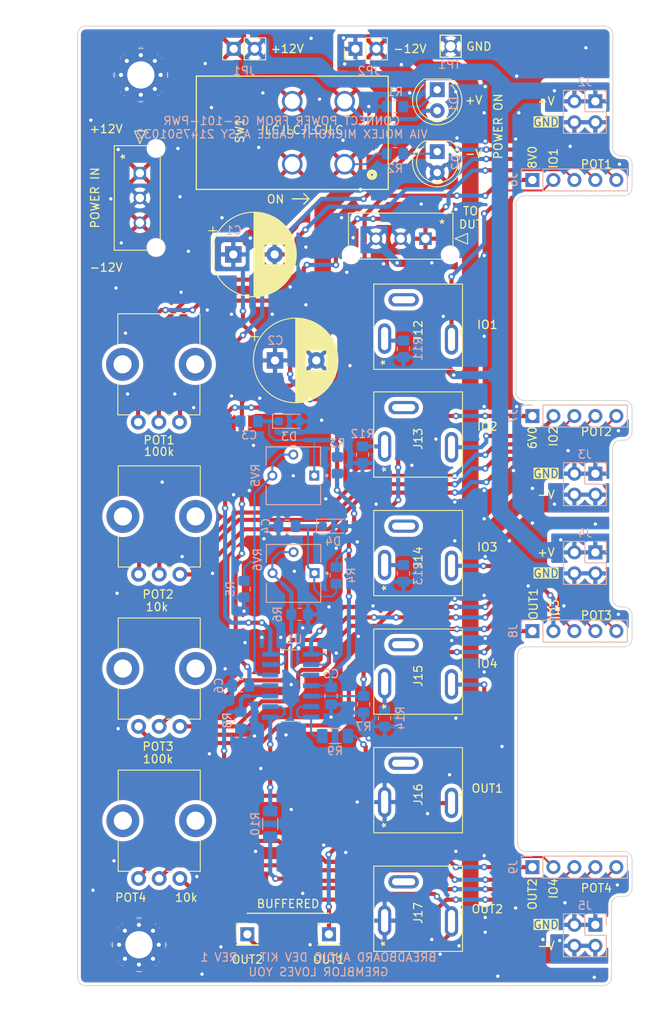
<source format=kicad_pcb>
(kicad_pcb (version 20221018) (generator pcbnew)
  (layers (0 "F.Cu" signal) (31 "B.Cu" signal) (34 "B.Paste" user) (35 "F.Paste" user) (36 "B.SilkS" user "B.Silkscreen") (37 "F.SilkS" user "F.Silkscreen") (38 "B.Mask" user) (39 "F.Mask" user) (44 "Edge.Cuts" user))
  (net 0 "")
  (net 1 "/+12V_SWITCHED")
  (net 2 "GND")
  (net 3 "/-12V_SWITCHED")
  (net 4 "Net-(D3-K)")
  (net 5 "Net-(D4-K)")
  (net 6 "Net-(D1-K)")
  (net 7 "Net-(D2-K)")
  (net 8 "/+12V_IN")
  (net 9 "/-12V_IN")
  (net 10 "Vcc+")
  (net 11 "Vcc-")
  (net 12 "/VREF_8V")
  (net 13 "/IO1")
  (net 14 "Net-(J6-Pin_3)")
  (net 15 "Net-(J6-Pin_4)")
  (net 16 "Net-(J6-Pin_5)")
  (net 17 "/VREF_6V")
  (net 18 "/IO2")
  (net 19 "Net-(J7-Pin_3)")
  (net 20 "Net-(J7-Pin_4)")
  (net 21 "Net-(J7-Pin_5)")
  (net 22 "/IO3")
  (net 23 "Net-(J8-Pin_3)")
  (net 24 "Net-(J8-Pin_4)")
  (net 25 "Net-(J8-Pin_5)")
  (net 26 "/OUT2")
  (net 27 "/IO4")
  (net 28 "Net-(J9-Pin_3)")
  (net 29 "Net-(J9-Pin_4)")
  (net 30 "Net-(J9-Pin_5)")
  (net 31 "/BUF1")
  (net 32 "/BUF2")
  (net 35 "Net-(U1A-+)")
  (net 36 "/OUT1")
  (net 39 "Net-(U1D-+)")
  (net 40 "Net-(U1B--)")
  (net 41 "Net-(U1C--)")
  (net 44 "Net-(J12-PadS)")
  (net 45 "Net-(J13-PadS)")
  (net 46 "Net-(J14-PadS)")
  (net 47 "Net-(J15-PadS)")
  (footprint "Aaron_THT:Schurter-4832.2211" (layer "F.Cu") (at 104.403101 97.917 -90)
    (fp_text reference "J13")
    (fp_text value "AudioJack2_SwitchT" hide)
  )
  (footprint "Aaron_THT:Molex-Microfit-43650-0316" (layer "F.Cu") (at 74.765001 64.8355 90)
    (fp_text reference "J1" hide)
    (fp_text value "Molex-MicroFit_43650-0316" hide)
  )
  (footprint "Aaron_Pads:TP_HeaderPin_P2.54mm_round" (layer "F.Cu") (at 112.395 49.478)
    (fp_text reference "TP1" hide)
    (fp_text value "TP" hide)
  )
  (footprint "Connector_PinHeader_2.54mm:PinHeader_1x02_P2.54mm_Vertical" (layer "F.Cu") (at 86.129001 49.784 90)
    (fp_text reference "JP1")
    (fp_text value "Jumper_2_Open")
  )
  (footprint "Connector_PinHeader_2.54mm:PinHeader_1x02_P2.54mm_Vertical" (layer "F.Cu") (at 100.866001 49.784 90)
    (fp_text reference "JP2")
    (fp_text value "Jumper_2_Open")
  )
  (footprint "Aaron_THT:Pot_Bourns_PTV09_vert_3dModel" (layer "F.Cu") (at 79.608802 131.806924 90)
    (fp_text reference "RV3" hide)
    (fp_text value "100k")
  )
  (footprint "Aaron_THT:Schurter-4832.2211" (layer "F.Cu") (at 104.403101 112.268 -90)
    (fp_text reference "J14")
    (fp_text value "AudioJack2_SwitchT" hide)
  )
  (footprint "Aaron_THT:Pot_Bourns_PTV09_vert_3dModel" (layer "F.Cu") (at 79.608802 150.221924 90)
    (fp_text reference "RV4" hide)
    (fp_text value "10k")
  )
  (footprint "Connector_PinHeader_2.54mm:PinHeader_1x01_P2.54mm_Vertical" (layer "F.Cu") (at 87.785001 156.972)
    (fp_text reference "J11" hide)
    (fp_text value "Conn_01x01")
  )
  (footprint "Aaron_THT:Schurter-4832.2211" (layer "F.Cu") (at 104.403101 126.619 -90)
    (fp_text reference "J15")
    (fp_text value "AudioJack2_SwitchT" hide)
  )
  (footprint "Capacitor_THT:CP_Radial_D10.0mm_P5.00mm" (layer "F.Cu") (at 91.132324 87.503)
    (fp_text reference "C2")
    (fp_text value "220uF")
  )
  (footprint "Connector_PinHeader_2.54mm:PinHeader_1x01_P2.54mm_Vertical" (layer "F.Cu") (at 97.663 156.972)
    (fp_text reference "J10" hide)
    (fp_text value "Conn_01x01")
  )
  (footprint "Aaron_Pads:MountingHole_3.3mm_M3_Full_Standoff_Size" (layer "F.Cu") (at 74.881801 52.946)
    (fp_text reference "H1" hide)
    (fp_text value "MountingHole_Pad")
  )
  (footprint "Aaron_THT:Schurter-4832.2211" (layer "F.Cu") (at 104.403101 84.864061 -90)
    (fp_text reference "J12")
    (fp_text value "AudioJack2_SwitchT" hide)
  )
  (footprint "Aaron_THT:LED_D5.0mm_SilkFix" (layer "F.Cu") (at 110.772001 62.23 -90)
    (fp_text reference "D2")
    (fp_text value "NEG_GOOD")
  )
  (footprint "Aaron_THT:Molex-Microfit-43650-0316" (layer "F.Cu") (at 109.347 72.771)
    (fp_text reference "J18" hide)
    (fp_text value "Molex-MicroFit_43650-0316" hide)
  )
  (footprint "Aaron_THT:Schurter-4832.2211" (layer "F.Cu") (at 104.403101 155.321 -90)
    (fp_text reference "J17")
    (fp_text value "AudioJack2_SwitchT" hide)
  )
  (footprint "Aaron_THT:CK_SPDT_S201031MS02Q" (layer "F.Cu") (at 86.868 56.134 90)
    (fp_text reference "SW1")
    (fp_text value "S201031MS02Q")
  )
  (footprint "Aaron_THT:Schurter-4832.2211" (layer "F.Cu") (at 104.403101 140.97 -90)
    (fp_text reference "J16")
    (fp_text value "AudioJack2_SwitchT" hide)
  )
  (footprint "Aaron_THT:Pot_Bourns_PTV09_vert_3dModel" (layer "F.Cu") (at 79.568802 94.976924 90)
    (fp_text reference "RV1" hide)
    (fp_text value "100k")
  )
  (footprint "Aaron_THT:LED_D5.0mm_SilkFix" (layer "F.Cu") (at 110.772001 54.73 -90)
    (fp_text reference "D1")
    (fp_text value "PWR_GOOD")
  )
  (footprint "Aaron_THT:Pot_Bourns_PTV09_vert_3dModel" (layer "F.Cu") (at 79.613802 113.391924 90)
    (fp_text reference "RV2" hide)
    (fp_text value "10k")
  )
  (footprint "Aaron_Pads:MountingHole_3.3mm_M3_Full_Standoff_Size" (layer "F.Cu") (at 74.653201 158.242)
    (fp_text reference "H2" hide)
    (fp_text value "MountingHole_Pad")
  )
  (footprint "Capacitor_THT:CP_Radial_D10.0mm_P5.00mm" (layer "F.Cu") (at 86.0844 74.676)
    (fp_text reference "C1")
    (fp_text value "220uF")
  )
  (footprint "Connector_PinHeader_2.54mm:PinHeader_2x02_P2.54mm_Vertical" (layer "B.Cu") (at 129.921 155.829 180)
    (fp_text reference "J5")
    (fp_text value "Conn_02x02_Top_Bottom")
  )
  (footprint "Resistor_SMD:R_0805_2012Metric_Pad1.20x1.40mm_HandSolder" (layer "B.Cu") (at 98.552 113.538 -90)
    (fp_text reference "R4")
    (fp_text value "1k")
  )
  (footprint "Connector_PinHeader_2.54mm:PinHeader_2x02_P2.54mm_Vertical" (layer "B.Cu") (at 129.921 56.134 180)
    (fp_text reference "J2")
    (fp_text value "Conn_02x02_Top_Bottom")
  )
  (footprint "Capacitor_SMD:C_0805_2012Metric_Pad1.18x1.45mm_HandSolder" (layer "B.Cu") (at 86.987301 126.873)
    (fp_text reference "C6")
    (fp_text value "100nF")
  )
  (footprint "Resistor_SMD:R_0805_2012Metric_Pad1.20x1.40mm_HandSolder" (layer "B.Cu") (at 94.107 118.237)
    (fp_text reference "R6")
    (fp_text value "10k")
  )
  (footprint "Diode_SMD:D_SOD-323_HandSoldering" (layer "B.Cu") (at 98.171 107.569)
    (fp_text reference "D4")
    (fp_text value "BZX55B6V2")
  )
  (footprint "Resistor_SMD:R_0805_2012Metric_Pad1.20x1.40mm_HandSolder" (layer "B.Cu") (at 98.679 100.203 90)
    (fp_text reference "R3")
    (fp_text value "680R")
  )
  (footprint "Connector_PinHeader_2.54mm:PinHeader_1x05_P2.54mm_Vertical" (layer "B.Cu") (at 122.301 148.844 -90)
    (fp_text reference "J9")
    (fp_text value "Conn_01x05")
  )
  (footprint "Resistor_SMD:R_1206_3216Metric_Pad1.30x1.75mm_HandSolder" (layer "B.Cu") (at 98.3996 132.969)
    (fp_text reference "R9")
    (fp_text value "1k 1/2W")
  )
  (footprint "Resistor_SMD:R_0805_2012Metric_Pad1.20x1.40mm_HandSolder" (layer "B.Cu") (at 105.664 62.484 180)
    (fp_text reference "R2")
    (fp_text value "1K2")
  )
  (footprint "Resistor_SMD:R_0805_2012Metric_Pad1.20x1.40mm_HandSolder" (layer "B.Cu") (at 86.995 131.064 -90)
    (fp_text reference "R8")
    (fp_text value "220k")
  )
  (footprint "Connector_PinHeader_2.54mm:PinHeader_1x05_P2.54mm_Vertical" (layer "B.Cu") (at 122.301 65.659 -90)
    (fp_text reference "J6")
    (fp_text value "Conn_01x05")
  )
  (footprint "Connector_PinHeader_2.54mm:PinHeader_1x05_P2.54mm_Vertical" (layer "B.Cu") (at 122.301 120.269 -90)
    (fp_text reference "J8")
    (fp_text value "Conn_01x05")
  )
  (footprint "Aaron_THT:Pot_Bourns_3362P" (layer "B.Cu") (at 93.347601 101.443 180)
    (fp_text reference "RV5")
    (fp_text value "500R 10%")
  )
  (footprint "Capacitor_SMD:C_0805_2012Metric_Pad1.18x1.45mm_HandSolder" (layer "B.Cu") (at 97.917 128.1176 -90)
    (fp_text reference "C5")
    (fp_text value "100nF")
  )
  (footprint "Connector_PinHeader_2.54mm:PinHeader_2x02_P2.54mm_Vertical" (layer "B.Cu") (at 129.921 110.744 180)
    (fp_text reference "J4")
    (fp_text value "Conn_02x02_Top_Bottom")
  )
  (footprint "Capacitor_SMD:C_0805_2012Metric_Pad1.18x1.45mm_HandSolder" (layer "B.Cu") (at 92.583 107.569)
    (fp_text reference "C4")
    (fp_text value "100nF")
  )
  (footprint "Resistor_SMD:R_0805_2012Metric_Pad1.20x1.40mm_HandSolder" (layer "B.Cu") (at 101.854 129.1336 -90)
    (fp_text reference "R7")
    (fp_text value "220k")
  )
  (footprint "Resistor_SMD:R_0805_2012Metric_Pad1.20x1.40mm_HandSolder" (layer "B.Cu") (at 101.727 98.917 -90)
    (fp_text reference "R12")
    (fp_text value "1M")
  )
  (footprint "Resistor_SMD:R_0805_2012Metric_Pad1.20x1.40mm_HandSolder" (layer "B.Cu") (at 106.68 113.284 -90)
    (fp_text reference "R13")
    (fp_text value "1M")
  )
  (footprint "Resistor_SMD:R_1206_3216Metric_Pad1.30x1.75mm_HandSolder" (layer "B.Cu") (at 90.551 143.611 -90)
    (fp_text reference "R10")
    (fp_text value "1k 1/2W")
  )
  (footprint "Diode_SMD:D_SOD-323_HandSoldering" (layer "B.Cu") (at 92.837 94.869)
    (fp_text reference "D3")
    (fp_text value "BZX55B8V2")
  )
  (footprint "Capacitor_SMD:C_0805_2012Metric_Pad1.18x1.45mm_HandSolder" (layer "B.Cu") (at 88.011 94.869)
    (fp_text reference "C3")
    (fp_text value "100nF")
  )
  (footprint "Resistor_SMD:R_0805_2012Metric_Pad1.20x1.40mm_HandSolder" (layer "B.Cu") (at 87.376 115.189 -90)
    (fp_text reference "R5")
    (fp_text value "10k")
  )
  (footprint "Connector_PinHeader_2.54mm:PinHeader_1x05_P2.54mm_Vertical" (layer "B.Cu") (at 122.301 94.234 -90)
    (fp_text reference "J7")
    (fp_text value "Conn_01x05")
  )
  (footprint "Resistor_SMD:R_0805_2012Metric_Pad1.20x1.40mm_HandSolder" (layer "B.Cu") (at 105.664 56.769 180)
    (fp_text reference "R1")
    (fp_text value "1K2")
  )
  (footprint "Aaron_THT:Pot_Bourns_3362P" (layer "B.Cu") (at 93.373001 113.254 180)
    (fp_text reference "RV6")
    (fp_text value "1k 10%")
  )
  (footprint "Resistor_SMD:R_0805_2012Metric_Pad1.20x1.40mm_HandSolder" (layer "B.Cu") (at 104.394 130.81 -90)
    (fp_text reference "R14")
    (fp_text value "1M")
  )
  (footprint "Connector_PinHeader_2.54mm:PinHeader_2x02_P2.54mm_Vertical" (layer "B.Cu") (at 129.921 101.214 180)
    (fp_text reference "J3")
    (fp_text value "Conn_02x02_Top_Bottom")
  )
  (footprint "Resistor_SMD:R_0805_2012Metric_Pad1.20x1.40mm_HandSolder" (layer "B.Cu") (at 106.68 86.106 -90)
    (fp_text reference "R11")
    (fp_text value "1M")
  )
  (footprint "Aaron_TI_Parts:TI_SOIC_D_R-PDSO-G14" (layer "B.Cu") (at 93.029 126.873 180)
    (fp_text reference "U1")
    (fp_text value "TL074H")
  )
  (gr_line (start 93.218 67.945) (end 95.25 67.945) (stroke (width 0.15)) (layer "F.SilkS"))
  (gr_rect (start 111.125 48.133) (end 113.665 50.8) (stroke (width 0.15)) (fill none) (layer "F.SilkS"))
  (gr_line (start 95.25 67.945) (end 94.615 68.58) (stroke (width 0.15)) (layer "F.SilkS"))
  (gr_line (start 95.25 67.945) (end 94.615 67.31) (stroke (width 0.15)) (layer "F.SilkS"))
  (gr_line (start 87.757 154.432) (end 97.663 154.432) (stroke (width 0.15)) (layer "F.SilkS"))
  (gr_line (start 121.3104 67.564) (end 133.3754 67.564) (stroke (width 0.1)) (layer "Edge.Cuts"))
  (gr_line (start 133.3754 146.9644) (end 121.4882 146.9644) (stroke (width 0.1)) (layer "Edge.Cuts"))
  (gr_arc (start 134.366 121.1834) (mid 134.07586 121.88386) (end 133.3754 122.174) (stroke (width 0.1)) (layer "Edge.Cuts"))
  (gr_arc (start 134.366 151.4094) (mid 134.07586 152.10986) (end 133.3754 152.4) (stroke (width 0.1)) (layer "Edge.Cuts"))
  (gr_line (start 133.3754 92.3544) (end 121.3104 92.3544) (stroke (width 0.1)) (layer "Edge.Cuts"))
  (gr_line (start 67.2338 48.02066) (end 67.2338 48.1076) (stroke (width 0.1)) (layer "Edge.Cuts"))
  (gr_line (start 132.8674 152.4) (end 133.3754 152.4) (stroke (width 0.1)) (layer "Edge.Cuts"))
  (gr_line (start 133.3754 62.738) (end 133.0198 62.738) (stroke (width 0.1)) (layer "Edge.Cuts"))
  (gr_arc (start 120.4976 123.1646) (mid 120.78774 122.46414) (end 121.4882 122.174) (stroke (width 0.1)) (layer "Edge.Cuts"))
  (gr_line (start 68.2244 163.195) (end 130.8862 163.195) (stroke (width 0.1)) (layer "Edge.Cuts"))
  (gr_arc (start 132.0038 98.1456) (mid 132.29394 97.44514) (end 132.9944 97.155) (stroke (width 0.1)) (layer "Edge.Cuts"))
  (gr_arc (start 134.366 66.5734) (mid 134.07586 67.27386) (end 133.3754 67.564) (stroke (width 0.1)) (layer "Edge.Cuts"))
  (gr_arc (start 133.3754 92.3544) (mid 134.07586 92.64454) (end 134.366 93.345) (stroke (width 0.1)) (layer "Edge.Cuts"))
  (gr_line (start 131.8768 162.2044) (end 131.8768 153.3906) (stroke (width 0.1)) (layer "Edge.Cuts"))
  (gr_arc (start 134.366 96.1644) (mid 134.07586 96.86486) (end 133.3754 97.155) (stroke (width 0.1)) (layer "Edge.Cuts"))
  (gr_line (start 120.4976 145.9738) (end 120.4976 123.1646) (stroke (width 0.1)) (layer "Edge.Cuts"))
  (gr_line (start 120.3198 91.3638) (end 120.3198 68.5546) (stroke (width 0.1)) (layer "Edge.Cuts"))
  (gr_line (start 134.366 151.4094) (end 134.366 147.955) (stroke (width 0.1)) (layer "Edge.Cuts"))
  (gr_line (start 132.0292 61.7474) (end 132.0292 48.1076) (stroke (width 0.1)) (layer "Edge.Cuts"))
  (gr_line (start 132.9944 97.155) (end 133.3754 97.155) (stroke (width 0.1)) (layer "Edge.Cuts"))
  (gr_line (start 133.3754 117.348) (end 132.9944 117.348) (stroke (width 0.1)) (layer "Edge.Cuts"))
  (gr_line (start 134.366 96.1644) (end 134.366 93.345) (stroke (width 0.1)) (layer "Edge.Cuts"))
  (gr_arc (start 131.8768 153.3906) (mid 132.16694 152.69014) (end 132.8674 152.4) (stroke (width 0.1)) (layer "Edge.Cuts"))
  (gr_line (start 134.366 66.5734) (end 134.366 63.7286) (stroke (width 0.1)) (layer "Edge.Cuts"))
  (gr_arc (start 68.2244 163.195) (mid 67.52394 162.90486) (end 67.2338 162.2044) (stroke (width 0.1)) (layer "Edge.Cuts"))
  (gr_line (start 67.2338 48.1076) (end 67.2338 162.2044) (stroke (width 0.1)) (layer "Edge.Cuts"))
  (gr_arc (start 131.0386 47.03006) (mid 131.73906 47.3202) (end 132.0292 48.02066) (stroke (width 0.1)) (layer "Edge.Cuts"))
  (gr_arc (start 121.3104 92.3544) (mid 120.60994 92.06426) (end 120.3198 91.3638) (stroke (width 0.1)) (layer "Edge.Cuts"))
  (gr_line (start 121.4882 122.174) (end 133.3754 122.174) (stroke (width 0.1)) (layer "Edge.Cuts"))
  (gr_line (start 132.0038 116.3574) (end 132.0038 98.1456) (stroke (width 0.1)) (layer "Edge.Cuts"))
  (gr_arc (start 67.2338 48.02066) (mid 67.52394 47.3202) (end 68.2244 47.03006) (stroke (width 0.1)) (layer "Edge.Cuts"))
  (gr_arc (start 121.4882 146.9644) (mid 120.78774 146.67426) (end 120.4976 145.9738) (stroke (width 0.1)) (layer "Edge.Cuts"))
  (gr_arc (start 133.3754 62.738) (mid 134.07586 63.02814) (end 134.366 63.7286) (stroke (width 0.1)) (layer "Edge.Cuts"))
  (gr_line (start 132.0292 48.02066) (end 132.0292 48.1076) (stroke (width 0.1)) (layer "Edge.Cuts"))
  (gr_line (start 131.0386 47.03006) (end 68.2244 47.03006) (stroke (width 0.1)) (layer "Edge.Cuts"))
  (gr_arc (start 120.3198 68.5546) (mid 120.60994 67.85414) (end 121.3104 67.564) (stroke (width 0.1)) (layer "Edge.Cuts"))
  (gr_arc (start 132.9944 117.348) (mid 132.29394 117.05786) (end 132.0038 116.3574) (stroke (width 0.1)) (layer "Edge.Cuts"))
  (gr_arc (start 133.3754 117.348) (mid 134.07586 117.63814) (end 134.366 118.3386) (stroke (width 0.1)) (layer "Edge.Cuts"))
  (gr_arc (start 133.3754 146.9644) (mid 134.07586 147.25454) (end 134.366 147.955) (stroke (width 0.1)) (layer "Edge.Cuts"))
  (gr_arc (start 133.0198 62.738) (mid 132.31934 62.44786) (end 132.0292 61.7474) (stroke (width 0.1)) (layer "Edge.Cuts"))
  (gr_line (start 134.366 121.1834) (end 134.366 118.3386) (stroke (width 0.1)) (layer "Edge.Cuts"))
  (gr_arc (start 131.8768 162.2044) (mid 131.58666 162.90486) (end 130.8862 163.195) (stroke (width 0.1)) (layer "Edge.Cuts"))
  (gr_text "CONNECT POWER FROM GS-101-PWR\nVIA MOLEX MICROFIT CABLE ASSY 2147501032" (at 91.948 59.309) (layer "B.SilkS") (effects (font (size 1 1)) (justify mirror)))
  (gr_text "GREMBLOR LOVES YOU" (at 96.393 161.544) (layer "B.SilkS") (effects (font (size 1 1)) (justify mirror)))
  (gr_text "BREADBOARD AUDIO DEV KIT - REV 1" (at 96.393 159.766) (layer "B.SilkS") (effects (font (size 1 1)) (justify mirror)))
  (gr_text "OUT1" (at 122.428 118.999 90) (layer "F.SilkS") (effects (font (size 1 1)) (justify left)))
  (gr_text "POWER IN" (at 69.342 67.818 90) (layer "F.SilkS") (effects (font (size 1 1))))
  (gr_text "OUT2" (at 116.84 153.924) (layer "F.SilkS") (effects (font (size 1 1))))
  (gr_text "..." (at 132.461 92.456) (layer "F.SilkS") (effects (font (size 1 1))))
  (gr_text "IO2" (at 116.84 95.504) (layer "F.SilkS") (effects (font (size 1 1))))
  (gr_text "IO4" (at 116.84 124.206) (layer "F.SilkS") (effects (font (size 1 1))))
  (gr_text "IO3" (at 124.968 118.999 90) (layer "F.SilkS") (effects (font (size 1 1)) (justify left)))
  (gr_text "IO1" (at 124.841 64.389 90) (layer "F.SilkS") (effects (font (size 1 1)) (justify left)))
  (gr_text "8V0" (at 122.301 64.389 90) (layer "F.SilkS") (effects (font (size 1 1)) (justify left)))
  (gr_text "..." (at 132.461 66.6496) (layer "F.SilkS") (effects (font (size 1 1))))
  (gr_text "TO\nDUT" (at 114.808 70.231) (layer "F.SilkS") (effects (font (size 1 1))))
  (gr_text "GND" (at 123.952 155.829) (layer "F.SilkS" knockout) (effects (font (size 1 1))))
  (gr_text "6V0" (at 122.301 95.377 90) (layer "F.SilkS") (effects (font (size 1 1)) (justify right)))
  (gr_text "POWER ON" (at 118.745 63.246 90) (layer "F.SilkS") (effects (font (size 1 1)) (justify left bottom)))
  (gr_text "IO3" (at 116.84 110.109) (layer "F.SilkS") (effects (font (size 1 1))))
  (gr_text "OUT2" (at 122.301 150.114 90) (layer "F.SilkS") (effects (font (size 1 1)) (justify right)))
  (gr_text "." (at 127.381 121.2596) (layer "F.SilkS") (effects (font (size 1 1))))
  (gr_text "GND" (at 123.952 113.284) (layer "F.SilkS" knockout) (effects (font (size 1 1))))
  (gr_text "POT1" (at 130.048 63.754) (layer "F.SilkS") (effects (font (size 1 1))))
  (gr_text "." (at 127.508 92.456) (layer "F.SilkS") (effects (font (size 1 1))))
  (gr_text "+V" (at 123.952 110.744) (layer "F.SilkS") (effects (font (size 1 1))))
  (gr_text "GND" (at 123.952 101.219) (layer "F.SilkS" knockout) (effects (font (size 1 1))))
  (gr_text ".." (at 129.794 121.2596) (layer "F.SilkS") (effects (font (size 1 1))))
  (gr_text "OUT1" (at 116.84 139.319) (layer "F.SilkS") (effects (font (size 1 1))))
  (gr_text "IO4" (at 124.841 150.114 90) (layer "F.SilkS") (effects (font (size 1 1)) (justify right)))
  (gr_text "-12V" (at 107.470001 49.784) (layer "F.SilkS") (effects (font (size 1 1))))
  (gr_text "." (at 127.508 66.6496) (layer "F.SilkS") (effects (font (size 1 1))))
  (gr_text "-12V" (at 68.58 76.835) (layer "F.SilkS") (effects (font (size 1 1)) (justify left bottom)))
  (gr_text "IO1" (at 116.84 83.185) (layer "F.SilkS") (effects (font (size 1 1))))
  (gr_text "IO2" (at 124.841 95.377 90) (layer "F.SilkS") (effects (font (size 1 1)) (justify right)))
  (gr_text "." (at 127.381 147.0152) (layer "F.SilkS") (effects (font (size 1 1))))
  (gr_text ".." (at 129.921 66.6496) (layer "F.SilkS") (effects (font (size 1 1))))
  (gr_text "-V" (at 115.189 62.484) (layer "F.SilkS") (effects (font (size 1 1))))
  (gr_text "+V" (at 123.952 56.134) (layer "F.SilkS") (effects (font (size 1 1))))
  (gr_text "GND" (at 115.824 49.5046) (layer "F.SilkS") (effects (font (size 1 1))))
  (gr_text "+12V" (at 92.611001 49.784) (layer "F.SilkS") (effects (font (size 1 1))))
  (gr_text "-V" (at 123.952 103.759) (layer "F.SilkS") (effects (font (size 1 1))))
  (gr_text ".." (at 129.921 92.456) (layer "F.SilkS") (effects (font (size 1 1))))
  (gr_text "..." (at 132.334 147.0152) (layer "F.SilkS") (effects (font (size 1 1))))
  (gr_text "ON" (at 90.043 68.58) (layer "F.SilkS") (effects (font (size 1 1)) (justify left bottom)))
  (gr_text "POT2" (at 130.048 96.139) (layer "F.SilkS") (effects (font (size 1 1))))
  (gr_text ".." (at 129.794 147.0152) (layer "F.SilkS") (effects (font (size 1 1))))
  (gr_text "BUFFERED" (at 92.71 153.289) (layer "F.SilkS") (effects (font (size 1 1))))
  (gr_text "-V" (at 123.952 158.369) (layer "F.SilkS") (effects (font (size 1 1))))
  (gr_text "JLCJLCJLCJLC" (at 89.027 60.198) (layer "F.SilkS") (effects (font (size 1 1)) (justify left bottom)))
  (gr_text "POT4" (at 130.048 151.384) (layer "F.SilkS") (effects (font (size 1 1))))
  (gr_text "+12V" (at 68.58 60.071) (layer "F.SilkS") (effects (font (size 1 1)) (justify left bottom)))
  (gr_text "GND" (at 123.952 58.674) (layer "F.SilkS" knockout) (effects (font (size 1 1))))
  (gr_text "..." (at 132.334 121.2596) (layer "F.SilkS") (effects (font (size 1 1))))
  (gr_text "POT3" (at 130.048 118.364) (layer "F.SilkS") (effects (font (size 1 1))))
  (gr_text "+V" (at 115.189 56.007) (layer "F.SilkS") (effects (font (size 1 1))))
  (segment (start 91.132324 71.173676) (end 89.862324 71.173676) (width 2) (layer "F.Cu") (net 1))
  (segment (start 88.138 72.6948) (end 88.138 72.898) (width 2) (layer "F.Cu") (net 1))
  (segment (start 96.368 52.934) (end 97.536 54.102) (width 2) (layer "F.Cu") (net 1))
  (segment (start 100.076 109.093) (end 100.076 110.49) (width 0.5) (layer "F.Cu") (net 1))
  (segment (start 88.138 72.898) (end 88.265 72.771) (width 2) (layer "F.Cu") (net 1))
  (segment (start 89.027 84.963) (end 92.075 84.963) (width 0.5) (layer "F.Cu") (net 1))
  (segment (start 87.249 83.185) (end 89.027 84.963) (width 0.5) (layer "F.Cu") (net 1))
  (segment (start 95.377 92.202) (end 97.409 92.202) (width 0.5) (layer "F.Cu") (net 1))
  (segment (start 97.409 92.202) (end 98.649812 93.442812) (width 0.5) (layer "F.Cu") (net 1))
  (segment (start 87.249 81.534) (end 87.249 83.185) (width 0.5) (layer "F.Cu") (net 1))
  (segment (start 88.3412 72.6948) (end 88.138 72.6948) (width 2) (layer "F.Cu") (net 1))
  (segment (start 92.075 84.963) (end 92.964 85.852) (width 0.5) (layer "F.Cu") (net 1))
  (segment (start 92.964 85.852) (end 92.964 89.154) (width 0.5) (layer "F.Cu") (net 1))
  (segment (start 87.478 52.934) (end 86.741 52.197) (width 2) (layer "F.Cu") (net 1))
  (segment (start 100.711 106.045) (end 100.711 108.458) (width 0.5) (layer "F.Cu") (net 1))
  (segment (start 96.266 59.436) (end 97.536 58.166) (width 2) (layer "F.Cu") (net 1))
  (segment (start 100.076 110.49) (end 100.076 116.078) (width 0.5) (layer "F.Cu") (net 1))
  (segment (start 96.368 52.934) (end 87.478 52.934) (width 2) (layer "F.Cu") (net 1))
  (segment (start 89.862324 71.173676) (end 88.3412 72.6948) (width 2) (layer "F.Cu") (net 1))
  (segment (start 96.266 66.04) (end 96.266 59.436) (width 2) (layer "F.Cu") (net 1))
  (segment (start 98.649812 103.221812) (end 98.649812 93.442812) (width 0.5) (layer "F.Cu") (net 1))
  (segment (start 100.711 108.458) (end 100.076 109.093) (width 0.5) (layer "F.Cu") (net 1))
  (segment (start 91.132324 71.173676) (end 96.266 66.04) (width 2) (layer "F.Cu") (net 1))
  (via (at 87.249 81.534) (size 0.8) (drill 0.4) (layers "F.Cu" "B.Cu") (net 1))
  (via (at 92.964 89.154) (size 0.8) (drill 0.4) (layers "F.Cu" "B.Cu") (net 1))
  (via (at 98.649812 103.221812) (size 0.8) (drill 0.4) (layers "F.Cu" "B.Cu") (net 1))
  (via (at 100.076 110.49) (size 0.8) (drill 0.4) (layers "F.Cu" "B.Cu") (net 1))
  (via (at 100.711 106.045) (size 0.8) (drill 0.4) (layers "F.Cu" "B.Cu") (net 1))
  (via (at 100.076 116.078) (size 0.8) (drill 0.4) (layers "F.Cu" "B.Cu") (net 1))
  (via (at 88.138 72.6948) (size 0.8) (drill 0.4) (layers "F.Cu" "B.Cu") (net 1))
  (via (at 95.377 92.202) (size 0.8) (drill 0.4) (layers "F.Cu" "B.Cu") (net 1))
  (segment (start 109.227 57.27) (end 108.204 58.293) (width 0.5) (layer "B.Cu") (net 1))
  (segment (start 108.204 58.293) (end 101.727 58.293) (width 0.5) (layer "B.Cu") (net 1))
  (segment (start 100.076 123.444) (end 97.878699 125.641301) (width 0.5) (layer "B.Cu") (net 1))
  (segment (start 110.772001 57.27) (end 109.227 57.27) (width 0.5) (layer "B.Cu") (net 1))
  (segment (start 98.552 112.538) (end 98.552 111.633) (width 0.25) (layer "B.Cu") (net 1))
  (segment (start 101.727 58.293) (end 99.568 56.134) (width 0.5) (layer "B.Cu") (net 1))
  (segment (start 98.649812 103.221812) (end 98.649812 101.375188) (width 0.5) (layer "B.Cu") (net 1))
  (segment (start 92.964 89.154) (end 92.964 89.789) (width 0.5) (layer "B.Cu") (net 1))
  (segment (start 99.695 110.49) (end 100.076 110.49) (width 0.25) (layer "B.Cu") (net 1))
  (segment (start 97.878699 126.873) (end 95.758 126.873) (width 0.25) (layer "B.Cu") (net 1))
  (segment (start 92.964 89.789) (end 95.377 92.202) (width 0.5) (layer "B.Cu") (net 1))
  (segment (start 100.711 105.283) (end 100.711 106.045) (width 0.5) (layer "B.Cu") (net 1))
  (segment (start 97.878699 125.641301) (end 97.878699 126.873) (width 0.5) (layer "B.Cu") (net 1))
  (segment (start 87.249 76.708) (end 87.249 81.534) (width 0.5) (layer "B.Cu") (net 1))
  (segment (start 98.649812 103.221812) (end 100.711 105.283) (width 0.5) (layer "B.Cu") (net 1))
  (segment (start 100.076 116.078) (end 100.076 123.444) (width 0.5) (layer "B.Cu") (net 1))
  (segment (start 98.552 111.633) (end 99.695 110.49) (width 0.25) (layer "B.Cu") (net 1))
  (via (at 100.33 100.838) (size 0.8) (drill 0.4) (layers "F.Cu" "B.Cu") (net 2))
  (via (at 110.109 75.692) (size 0.8) (drill 0.4) (layers "F.Cu" "B.Cu") (net 2))
  (via (at 116.586 156.718) (size 0.8) (drill 0.4) (layers "F.Cu" "B.Cu") (net 2))
  (via (at 116.459 84.582) (size 0.8) (drill 0.4) (layers "F.Cu" "B.Cu") (net 2))
  (via (at 71.247 67.945) (size 0.8) (drill 0.4) (layers "F.Cu" "B.Cu") (net 2))
  (via (at 80.645 74.295) (size 0.8) (drill 0.4) (layers "F.Cu" "B.Cu") (net 2))
  (via (at 121.793 114.808) (size 0.8) (drill 0.4) (layers "F.Cu" "B.Cu") (net 2))
  (via (at 99.695 147.066) (size 0.8) (drill 0.4) (layers "F.Cu" "B.Cu") (net 2))
  (via (at 89.281 92.075) (size 0.8) (drill 0.4) (layers "F.Cu" "B.Cu") (net 2))
  (via (at 79.883 111.252) (size 0.8) (drill 0.4) (layers "F.Cu" "B.Cu") (net 2))
  (via (at 77.47 102.235) (size 0.8) (drill 0.4) (layers "F.Cu" "B.Cu") (net 2))
  (via (at 89.789 109.093) (size 0.8) (drill 0.4) (layers "F.Cu" "B.Cu") (net 2))
  (via (at 111.125 159.385) (size 0.8) (drill 0.4) (layers "F.Cu" "B.Cu") (net 2))
  (via (at 93.091 126.746) (size 0.8) (drill 0.4) (layers "F.Cu" "B.Cu") (net 2))
  (via (at 83.566 113.284) (size 0.8) (drill 0.4) (layers "F.Cu" "B.Cu") (net 2))
  (via (at 116.459 115.951) (size 0.8) (drill 0.4) (layers "F.Cu" "B.Cu") (net 2))
  (via (at 113.157 60.579) (size 0.8) (drill 0.4) (layers "F.Cu" "B.Cu") (net 2))
  (via (at 72.009 115.697) (size 0.8) (drill 0.4) (layers "F.Cu" "B.Cu") (net 2))
  (via (at 84.582 158.496) (size 0.8) (drill 0.4) (layers "F.Cu" "B.Cu") (net 2))
  (via (at 129.921 107.315) (size 0.8) (drill 0.4) (layers "F.Cu" "B.Cu") (net 2))
  (via (at 68.834 58.42) (size 0.8) (drill 0.4) (layers "F.Cu" "B.Cu") (net 2))
  (via (at 126.238 153.162) (size 0.8) (drill 0.4) (layers "F.Cu" "B.Cu") (net 2))
  (via (at 85.09 124.841) (size 0.8) (drill 0.4) (layers "F.Cu" "B.Cu") (net 2))
  (via (at 86.106 103.759) (size 0.8) (drill 0.4) (layers "F.Cu" "B.Cu") (net 2))
  (via (at 88.646 132.969) (size 0.8) (drill 0.4) (layers "F.Cu" "B.Cu") (net 2))
  (via (at 112.522 121.412) (size 0.8) (drill 0.4) (layers "F.Cu" "B.Cu") (net 2))
  (via (at 120.269 153.797) (size 0.8) (drill 0.4) (layers "F.Cu" "B.Cu") (net 2))
  (via (at 118.11 162.052) (size 0.8) (drill 0.4) (layers "F.Cu" "B.Cu") (net 2))
  (via (at 83.439 56.896) (size 0.8) (drill 0.4) (layers "F.Cu" "B.Cu") (net 2))
  (via (at 116.459 106.68) (size 0.8) (drill 0.4) (layers "F.Cu" "B.Cu") (net 2))
  (via (at 112.903 116.332) (size 0.8) (drill 0.4) (layers "F.Cu" "B.Cu") (net 2))
  (via (at 120.396 53.086) (size 0.8) (drill 0.4) (layers "F.Cu" "B.Cu") (net 2))
  (via (at 101.092 140.97) (size 0.8) (drill 0.4) (layers "F.Cu" "B.Cu") (net 2))
  (via (at 79.375 61.849) (size 0.8) (drill 0.4) (layers "F.Cu" "B.Cu") (net 2))
  (via (at 82.677 51.562) (size 0.8) (drill 0.4) (layers "F.Cu" "B.Cu") (net 2))
  (via (at 100.203 88.138) (size 0.8) (drill 0.4) (layers "F.Cu" "B.Cu") (net 2))
  (via (at 104.267 75.819) (size 0.8) (drill 0.4) (layers "F.Cu" "B.Cu") (net 2))
  (via (at 101.092 109.474) (size 0.8) (drill 0.4) (layers "F.Cu" "B.Cu") (net 2))
  (via (at 102.489 133.223) (size 0.8) (drill 0.4) (layers "F.Cu" "B.Cu") (net 2))
  (via (at 126.111 117.221) (size 0.8) (drill 0.4) (layers "F.Cu" "B.Cu") (net 2))
  (via (at 100.584 72.644) (size 0.8) (drill 0.4) (layers "F.Cu" "B.Cu") (net 2))
  (via (at 98.552 122.936) (size 0.8) (drill 0.4) (layers "F.Cu" "B.Cu") (net 2))
  (via (at 120.015 100.838) (size 0.8) (drill 0.4) (layers "F.Cu" "B.Cu") (net 2))
  (via (at 116.459 103.251) (size 0.8) (drill 0.4) (layers "F.Cu" "B.Cu") (net 2))
  (via (at 113.411 158.369) (size 0.8) (drill 0.4) (layers "F.Cu" "B.Cu") (net 2))
  (via (at 92.456 132.842) (size 0.8) (drill 0.4) (layers "F.Cu" "B.Cu") (net 2))
  (via (at 116.586 154.94) (size 0.8) (drill 0.4) (layers "F.Cu" "B.Cu") (net 2))
  (via (at 73.279 91.567) (size 0.8) (drill 0.4) (layers "F.Cu" "B.Cu") (net 2))
  (via (at 78.994 91.567) (size 0.8) (drill 0.4) (layers "F.Cu" "B.Cu") (net 2))
  (via (at 120.65 57.531) (size 0.8) (drill 0.4) (layers "F.Cu" "B.Cu") (net 2))
  (via (at 116.459 74.803) (size 0.8) (drill 0.4) (layers "F.Cu" "B.Cu") (net 2))
  (via (at 94.869 73.787) (size 0.8) (drill 0.4) (layers "F.Cu" "B.Cu") (net 2))
  (via (at 126.873 61.595) (size 0.8) (drill 0.4) (layers "F.Cu" "B.Cu") (net 2))
  (via (at 97.663 117.348) (size 0.8) (drill 0.4) (layers "F.Cu" "B.Cu") (net 2))
  (via (at 120.396 93.091) (size 0.8) (drill 0.4) (layers "F.Cu" "B.Cu") (net 2))
  (via (at 93.345 101.473) (size 0.8) (drill 0.4) (layers "F.Cu" "B.Cu") (net 2))
  (via (at 132.715 118.237) (size 0.8) (drill 0.4) (layers "F.Cu" "B.Cu") (net 2))
  (via (at 99.187 70.231) (size 0.8) (drill 0.4) (layers "F.Cu" "B.Cu") (net 2))
  (via (at 88.011 103.251) (size 0.8) (drill 0.4) (layers "F.Cu" "B.Cu") (net 2))
  (via (at 111.506 82.169) (size 0.8) (drill 0.4) (layers "F.Cu" "B.Cu") (net 2))
  (via (at 91.821 121.031) (size 0.8) (drill 0.4) (layers "F.Cu" "B.Cu") (net 2))
  (via (at 101.473 66.802) (size 0.8) (drill 0.4) (layers "F.Cu" "B.Cu") (net 2))
  (via (at 116.459 93.091) (size 0.8) (drill 0.4) (layers "F.Cu" "B.Cu") (net 2))
  (via (at 72.136 61.976) (size 0.8) (drill 0.4) (layers "F.Cu" "B.Cu") (net 2))
  (via (at 88.519 97.79) (size 0.8) (drill 0.4) (layers "F.Cu" "B.Cu") (net 2))
  (via (at 90.805 81.915) (size 0.8) (drill 0.4) (layers "F.Cu" "B.Cu") (net 2))
  (via (at 93.98 122.301) (size 0.8) (drill 0.4) (layers "F.Cu" "B.Cu") (net 2))
  (via (at 116.586 111.252) (size 0.8) (drill 0.4) (layers "F.Cu" "B.Cu") (net 2))
  (via (at 89.408 136.906) (size 0.8) (drill 0.4) (layers "F.Cu" "B.Cu") (net 2))
  (via (at 88.773 146.939) (size 0.8) (drill 0.4) (layers "F.Cu" "B.Cu") (net 2))
  (via (at 99.822 76.835) (size 0.8) (drill 0.4) (layers "F.Cu" "B.Cu") (net 2))
  (via (at 128.778 49.657) (size 0.8) (drill 0.4) (layers "F.Cu" "B.Cu") (net 2))
  (via (at 122.301 107.188) (size 0.8) (drill 0.4) (layers "F.Cu" "B.Cu") (net 2))
  (via (at 93.472 113.03) (size 0.8) (drill 0.4) (layers "F.Cu" "B.Cu") (net 2))
  (via (at 113.03 130.81) (size 0.8) (drill 0.4) (layers "F.Cu" "B.Cu") (net 2))
  (via (at 110.617 97.028) (size 0.8) (drill 0.4) (layers "F.Cu" "B.Cu") (net 2))
  (via (at 98.552 110.236) (size 0.8) (drill 0.4) (layers "F.Cu" "B.Cu") (net 2))
  (via (at 92.964 78.613) (size 0.8) (drill 0.4) (layers "F.Cu" "B.Cu") (net 2))
  (via (at 112.903 109.347) (size 0.8) (drill 0.4) (layers "F.Cu" "B.Cu") (net 2))
  (via (at 72.136 132.08) (size 0.8) (drill 0.4) (layers "F.Cu" "B.Cu") (net 2))
  (via (at 116.459 147.447) (size 0.8) (drill 0.4) (layers "F.Cu" "B.Cu") (net 2))
  (via (at 106.426 51.689) (size 0.8) (drill 0.4) (layers "F.Cu" "B.Cu") (net 2))
  (via (at 71.628 148.082) (size 0.8) (drill 0.4) (layers "F.Cu" "B.Cu") (net 2))
  (via (at 113.03 69.215) (size 0.8) (drill 0.4) (layers "F.Cu" "B.Cu") (net 2))
  (via (at 87.503 121.666) (size 0.8) (drill 0.4) (layers "F.Cu" "B.Cu") (net 2))
  (via (at 108.839 68.58) (size 0.8) (drill 0.4) (layers "F.Cu" "B.Cu") (net 2))
  (via (at 85.852 91.821) (size 0.8) (drill 0.4) (layers "F.Cu" "B.Cu") (net 2))
  (via (at 129.794 162.179) (size 0.8) (drill 0.4) (layers "F.Cu" "B.Cu") (net 2))
  (via (at 95.377 158.242) (size 0.8) (drill 0.4) (layers "F.Cu" "B.Cu") (net 2))
  (via (at 95.504 48.514) (size 0.8) (drill 0.4) (layers "F.Cu" "B.Cu") (net 2))
  (via (at 93.091 141.859) (size 0.8) (drill 0.4) (layers "F.Cu" "B.Cu") (net 2))
  (via (at 102.489 56.769) (size 0.8) (drill 0.4) (layers "F.Cu" "B.Cu") (net 2))
  (via (at 99.3648 60.8584) (size 0.8) (drill 0.4) (layers "F.Cu" "B.Cu") (net 2))
  (via (at 113.03 54.991) (size 0.8) (drill 0.4) (layers "F.Cu" "B.Cu") (net 2))
  (via (at 101.219 120.904) (size 0.8) (drill 0.4) (layers "F.Cu" "B.Cu") (net 2))
  (via (at 94.488 119.888) (size 0.8) (drill 0.4) (layers "F.Cu" "B.Cu") (net 2))
  (via (at 132.842 63.754) (size 0.8) (drill 0.4) (layers "F.Cu" "B.Cu") (net 2))
  (via (at 110.109 157.607) (size 0.8) (drill 0.4) (layers "F.Cu" "B.Cu") (net 2))
  (via (at 116.459 57.531) (size 0.8) (drill 0.4) (layers "F.Cu" "B.Cu") (net 2))
  (via (at 107.442 55.118) (size 0.8) (drill 0.4) (layers "F.Cu" "B.Cu") (net 2))
  (via (at 112.268 137.668) (size 0.8) (drill 0.4) (layers "F.Cu" "B.Cu") (net 2))
  (via (at 109.601 142.367) (size 0.8) (drill 0.4) (layers "F.Cu" "B.Cu") (net 2))
  (via (at 96.52 55.88) (size 0.8) (drill 0.4) (layers "F.Cu" "B.Cu") (net 2))
  (via (at 122.301 102.997) (size 0.8) (drill 0.4) (layers "F.Cu" "B.Cu") (net 2))
  (via (at 73.025 84.201) (size 0.8) (drill 0.4) (layers "F.Cu" "B.Cu") (net 2))
  (via (at 96.774 94.742) (size 0.8) (drill 0.4) (layers "F.Cu" "B.Cu") (net 2))
  (via (at 116.459 125.222) (size 0.8) (drill 0.4) (layers "F.Cu" "B.Cu") (net 2))
  (via (at 107.696 100.203) (size 0.8) (drill 0.4) (layers "F.Cu" "B.Cu") (net 2))
  (via (at 132.715 96.012) (size 0.8) (drill 0.4) (layers "F.Cu" "B.Cu") (net 2))
  (via (at 97.282 104.267) (size 0.8) (drill 0.4) (layers "F.Cu" "B.Cu") (net 2))
  (via (at 81.28 93.218) (size 0.8) (drill 0.4) (layers "F.Cu" "B.Cu") (net 2))
  (via (at 118.618 134.239) (size 0.8) (drill 0.4) (layers "F.Cu" "B.Cu") (net 2))
  (via (at 82.296 161.798) (size 0.8) (drill 0.4) (layers "F.Cu" "B.Cu") (net 2))
  (via (at 94.869 80.772) (size 0.8) (drill 0.4) (layers "F.Cu" "B.Cu") (net 2))
  (via (at 87.376 117.856) (size 0.8) (drill 0.4) (layers "F.Cu" "B.Cu") (net 2))
  (via (at 116.586 60.96) (size 0.8) (drill 0.4) (layers "F.Cu" "B.Cu") (net 2))
  (via (at 72.517 73.279) (size 0.8) (drill 0.4) (layers "F.Cu" "B.Cu") (net 2))
  (via (at 81.661 149.987) (size 0.8) (drill 0.4) (layers "F.Cu" "B.Cu") (net 2))
  (via (at 79.756 79.248) (size 0.8) (drill 0.4) (layers "F.Cu" "B.Cu") (net 2))
  (via (at 69.088 151.638) (size 0.8) (drill 0.4) (layers "F.Cu" "B.Cu") (net 2))
  (via (at 84.709 70.231) (size 0.8) (drill 0.4) (layers "F.Cu" "B.Cu") (net 2))
  (via (at 82.931 81.407) (size 0.8) (drill 0.4) (layers "F.Cu" "B.Cu") (net 2))
  (via (at 89.662 55.118) (size 0.8) (drill 0.4) (layers "F.Cu" "B.Cu") (net 2))
  (via (at 126.619 98.425) (size 0.8) (drill 0.4) (layers "F.Cu" "B.Cu") (net 2))
  (via (at 85.852 81.915) (size 0.8) (drill 0.4) (layers "F.Cu" "B.Cu") (net 2))
  (via (at 123.571 157.607) (size 0.8) (drill 0.4) (layers "F.Cu" "B.Cu") (net 2))
  (via (at 89.535 121.031) (size 0.8) (drill 0.4) (layers "F.Cu" "B.Cu") (net 2))
  (via (at 116.586 121.158) (size 0.8) (drill 0.4) (layers "F.Cu" "B.Cu") (net 2))
  (via (at 94.488 152.019) (size 0.8) (drill 0.4) (layers "F.Cu" "B.Cu") (net 2))
  (via (at 132.588 151.003) (size 0.8) (drill 0.4) (layers "F.Cu" "B.Cu") (net 2))
  (via (at 89.154 61.722) (size 0.8) (drill 0.4) (layers "F.Cu" "B.Cu") (net 2))
  (via (at 97.917 130.683) (size 0.8) (drill 0.4) (layers "F.Cu" "B.Cu") (net 2))
  (via (at 119.507 109.347) (size 0.8) (drill 0.4) (layers "F.Cu" "B.Cu") (net 2))
  (via (at 112.903 104.648) (size 0.8) (drill 0.4) (layers "F.Cu" "B.Cu") (net 2))
  (via (at 102.997 117.221) (size 0.8) (drill 0.4) (layers "F.Cu" "B.Cu") (net 2))
  (via (at 71.882 78.74) (size 0.8) (drill 0.4) (layers "F.Cu" "B.Cu") (net 2))
  (via (at 103.378 104.902) (size 0.8) (drill 0.4) (layers "F.Cu" "B.Cu") (net 2))
  (via (at 113.03 146.939) (size 0.8) (drill 0.4) (layers "F.Cu" "B.Cu") (net 2))
  (via (at 120.269 60.706) (size 0.8) (drill 0.4) (layers "F.Cu" "B.Cu") (net 2))
  (via (at 97.028 146.177) (size 0.8) (drill 0.4) (layers "F.Cu" "B.Cu") (net 2))
  (via (at 116.586 54.356) (size 0.8) (drill 0.4) (layers "F.Cu" "B.Cu") (net 2))
  (via (at 83.185 135.128) (size 0.8) (drill 0.4) (layers "F.Cu" "B.Cu") (net 2))
  (via (at 79.629 67.691) (size 0.8) (drill 0.4) (layers "F.Cu" "B.Cu") (net 2))
  (segment (start 83.678069 47.766931) (end 82.677 48.768) (width 0.5) (layer "B.Cu") (net 2))
  (segment (start 95.504 48.514) (end 94.756931 47.766931) (width 0.5) (layer "B.Cu") (net 2))
  (segment (start 94.756931 47.766931) (end 83.678069 47.766931) (width 0.5) (layer "B.Cu") (net 2))
  (segment (start 82.677 48.768) (end 82.677 51.562) (width 0.5) (layer "B.Cu") (net 2))
  (segment (start 86.36 111.633) (end 86.36 123.19) (width 0.5) (layer "F.Cu") (net 3))
  (segment (start 87.122 104.902) (end 87.122 92.583) (width 0.5) (layer "F.Cu") (net 3))
  (segment (start 102.743 59.817) (end 104.267 58.293) (width 2) (layer "F.Cu") (net 3))
  (segment (start 89.154 90.551) (end 93.091 90.551) (width 0.5) (layer "F.Cu") (net 3))
  (segment (start 102.108 52.578) (end 101.346 52.578) (width 2) (layer "F.Cu") (net 3))
  (segment (start 96.901 84.836) (end 96.901 69.469) (width 2) (layer "F.Cu") (net 3))
  (segment (start 93.091 90.551) (end 94.488 89.154) (width 0.5) (layer "F.Cu") (net 3))
  (segment (start 87.757 124.587) (end 86.36 123.19) (width 0.5) (layer "F.Cu") (net 3))
  (segment (start 87.122 110.871) (end 86.36 111.633) (width 0.5) (layer "F.Cu") (net 3))
  (segment (start 104.267 54.737) (end 102.108 52.578) (width 2) (layer "F.Cu") (net 3))
  (segment (start 104.267 58.293) (end 104.267 54.737) (width 2) (layer "F.Cu") (net 3))
  (segment (start 96.901 69.469) (end 99.568 66.802) (width 2) (layer "F.Cu") (net 3))
  (segment (start 87.122 92.583) (end 89.154 90.551) (width 0.5) (layer "F.Cu") (net 3))
  (segment (start 102.743 60.452) (end 102.743 59.817) (width 2) (layer "F.Cu") (net 3))
  (via (at 87.122 110.871) (size 0.8) (drill 0.4) (layers "F.Cu" "B.Cu") (net 3))
  (via (at 87.757 124.587) (size 0.8) (drill 0.4) (layers "F.Cu" "B.Cu") (net 3))
  (via (at 87.122 104.902) (size 0.8) (drill 0.4) (layers "F.Cu" "B.Cu") (net 3))
  (via (at 99.568 51.6128) (size 0.8) (drill 0.4) (layers "F.Cu" "B.Cu") (net 3))
  (via (at 99.4156 48.4632) (size 0.8) (drill 0.4) (layers "F.Cu" "B.Cu") (net 3))
  (segment (start 103.378 62.484) (end 102.108 63.754) (width 0.25) (layer "B.Cu") (net 3))
  (segment (start 90.554 126.873) (end 88.011 126.873) (width 0.25) (layer "B.Cu") (net 3))
  (segment (start 104.664 62.484) (end 103.378 62.484) (width 0.25) (layer "B.Cu") (net 3))
  (segment (start 87.122 104.902) (end 87.122 110.871) (width 0.5) (layer "B.Cu") (net 3))
  (segment (start 88.024801 126.873) (end 88.024801 124.854801) (width 0.5) (layer "B.Cu") (net 3))
  (segment (start 88.024801 124.854801) (end 87.757 124.587) (width 0.5) (layer "B.Cu") (net 3))
  (segment (start 102.108 63.754) (end 99.822 63.754) (width 0.25) (layer "B.Cu") (net 3))
  (segment (start 90.424 94.869) (end 89.154 94.869) (width 0.5) (layer "B.Cu") (net 4))
  (segment (start 97.917 97.155) (end 95.885 97.155) (width 0.5) (layer "B.Cu") (net 4))
  (segment (start 95.885 97.155) (end 94.742 97.155) (width 0.5) (layer "B.Cu") (net 4))
  (segment (start 98.679 99.203) (end 98.679 97.917) (width 0.5) (layer "B.Cu") (net 4))
  (segment (start 95.885 97.155) (end 95.885 101.219) (width 0.25) (layer "B.Cu") (net 4))
  (segment (start 90.424 94.869) (end 90.424 96.52) (width 0.25) (layer "B.Cu") (net 4))
  (segment (start 91.587 94.869) (end 90.424 94.869) (width 0.5) (layer "B.Cu") (net 4))
  (segment (start 98.679 97.917) (end 97.917 97.155) (width 0.5) (layer "B.Cu") (net 4))
  (segment (start 91.059 97.155) (end 94.742 97.155) (width 0.25) (layer "B.Cu") (net 4))
  (segment (start 90.424 96.52) (end 91.059 97.155) (width 0.25) (layer "B.Cu") (net 4))
  (segment (start 93.6205 107.569) (end 95.123 107.569) (width 0.5) (layer "B.Cu") (net 5))
  (segment (start 98.552 114.538) (end 98.552 115.57) (width 0.25) (layer "B.Cu") (net 5))
  (segment (start 95.885 115.189) (end 95.885 113.284) (width 0.25) (layer "B.Cu") (net 5))
  (segment (start 96.774 116.078) (end 95.885 115.189) (width 0.25) (layer "B.Cu") (net 5))
  (segment (start 98.044 116.078) (end 96.774 116.078) (width 0.25) (layer "B.Cu") (net 5))
  (segment (start 95.123 107.569) (end 96.52 107.569) (width 0.5) (layer "B.Cu") (net 5))
  (segment (start 95.123 112.522) (end 95.377 112.776) (width 0.25) (layer "B.Cu") (net 5))
  (segment (start 98.552 115.57) (end 98.044 116.078) (width 0.25) (layer "B.Cu") (net 5))
  (segment (start 95.123 107.569) (end 95.123 112.522) (width 0.25) (layer "B.Cu") (net 5))
  (segment (start 106.664 56.769) (end 108.712 56.769) (width 0.25) (layer "B.Cu") (net 6))
  (segment (start 108.712 56.769) (end 110.109 55.372) (width 0.25) (layer "B.Cu") (net 6))
  (segment (start 106.664 62.484) (end 110.109 62.484) (width 0.25) (layer "B.Cu") (net 7))
  (segment (start 78.4205 64.8355) (end 80.3545 64.8355) (width 3) (layer "F.Cu") (net 8))
  (segment (start 86.008 59.182) (end 90.424 59.182) (width 3) (layer "F.Cu") (net 8))
  (segment (start 80.3545 64.8355) (end 86.008 59.182) (width 3) (layer "F.Cu") (net 8))
  (segment (start 84.932498 66.929) (end 81.026 70.835498) (width 3) (layer "F.Cu") (net 9))
  (segment (start 81.026 70.835498) (end 78.516502 70.835498) (width 3) (layer "F.Cu") (net 9))
  (segment (start 90.043 66.929) (end 84.932498 66.929) (width 3) (layer "F.Cu") (net 9))
  (segment (start 112.776 89.281) (end 110.363 86.868) (width 1) (layer "F.Cu") (net 10))
  (segment (start 110.363 78.359) (end 107.696 75.692) (width 1) (layer "F.Cu") (net 10))
  (segment (start 107.696 75.692) (end 105.918 75.692) (width 1) (layer "F.Cu") (net 10))
  (segment (start 110.363 86.868) (end 110.363 78.359) (width 1) (layer "F.Cu") (net 10))
  (via (at 125.73 109.22) (size 0.8) (drill 0.4) (layers "F.Cu" "B.Cu") (net 10))
  (via (at 124.968 54.864) (size 0.8) (drill 0.4) (layers "F.Cu" "B.Cu") (net 10))
  (via (at 112.776 89.281) (size 0.8) (drill 0.4) (layers "F.Cu" "B.Cu") (net 10))
  (via (at 105.918 75.692) (size 0.8) (drill 0.4) (layers "F.Cu" "B.Cu") (net 10))
  (segment (start 118.364 105.791) (end 123.063 110.49) (width 2) (layer "B.Cu") (net 10))
  (segment (start 124.968 54.864) (end 121.92 54.864) (width 2) (layer "B.Cu") (net 10))
  (segment (start 121.92 54.864) (end 119.356742 54.864) (width 2) (layer "B.Cu") (net 10))
  (segment (start 118.364 57.15) (end 118.364 88.011) (width 2) (layer "B.Cu") (net 10))
  (segment (start 120.65 54.864) (end 118.364 57.15) (width 2) (layer "B.Cu") (net 10))
  (segment (start 116.459 89.281) (end 117.094 89.281) (width 1) (layer "B.Cu") (net 10))
  (segment (start 116.459 89.281) (end 112.776 89.281) (width 1) (layer "B.Cu") (net 10))
  (segment (start 118.364 53.871258) (end 118.364 57.15) (width 2) (layer "B.Cu") (net 10))
  (segment (start 118.364 89.281) (end 118.364 90.551) (width 2) (layer "B.Cu") (net 10))
  (segment (start 118.364 89.281) (end 116.459 89.281) (width 1) (layer "B.Cu") (net 10))
  (segment (start 121.92 54.864) (end 120.65 54.864) (width 2) (layer "B.Cu") (net 10))
  (segment (start 123.063 110.49) (end 124.841 110.49) (width 2) (layer "B.Cu") (net 10))
  (segment (start 117.070742 52.578) (end 118.364 53.871258) (width 2) (layer "B.Cu") (net 10))
  (segment (start 117.094 89.281) (end 118.364 88.011) (width 1) (layer "B.Cu") (net 10))
  (segment (start 118.364 90.551) (end 118.364 105.791) (width 2) (layer "B.Cu") (net 10))
  (segment (start 96.393 51.816) (end 98.044 53.467) (width 2) (layer "B.Cu") (net 10))
  (segment (start 108.204 53.467) (end 109.093 52.578) (width 2) (layer "B.Cu") (net 10))
  (segment (start 90.932 51.816) (end 96.393 51.816) (width 2) (layer "B.Cu") (net 10))
  (segment (start 109.093 52.578) (end 117.070742 52.578) (width 2) (layer "B.Cu") (net 10))
  (segment (start 105.918 75.692) (end 104.394 74.168) (width 1) (layer "B.Cu") (net 10))
  (segment (start 117.094 89.281) (end 118.364 90.551) (width 1) (layer "B.Cu") (net 10))
  (segment (start 118.364 88.011) (end 118.364 89.281) (width 2) (layer "B.Cu") (net 10))
  (segment (start 119.356742 54.864) (end 118.364 53.871258) (width 2) (layer "B.Cu") (net 10))
  (segment (start 98.044 53.467) (end 108.204 53.467) (width 2) (layer "B.Cu") (net 10))
  (segment (start 109.982 52.324) (end 107.442 49.784) (width 2) (layer "F.Cu") (net 11))
  (segment (start 114.776 157.194) (end 114.776 111.506) (width 2) (layer "F.Cu") (net 11))
  (segment (start 114.776 111.506) (end 114.776 107.696) (width 2) (layer "F.Cu") (net 11))
  (segment (start 114.776 54.07) (end 113.03 52.324) (width 2) (layer "F.Cu") (net 11))
  (segment (start 114.776 72.771) (end 114.776 54.07) (width 2) (layer "F.Cu") (net 11))
  (segment (start 120.523 104.902) (end 124.968 104.902) (width 2) (layer "F.Cu") (net 11))
  (segment (start 117.094 159.512) (end 124.841 159.512) (width 2) (layer "F.Cu") (net 11))
  (segment (start 107.442 49.784) (end 105.918 49.784) (width 2) (layer "F.Cu") (net 11))
  (segment (start 113.03 52.324) (end 109.982 52.324) (width 2) (layer "F.Cu") (net 11))
  (segment (start 114.776 110.649) (end 116.078 109.347) (width 2) (layer "F.Cu") (net 11))
  (segment (start 116.078 109.347) (end 120.523 104.902) (width 2) (layer "F.Cu") (net 11))
  (segment (start 114.776 108.045) (end 116.078 109.347) (width 2) (layer "F.Cu") (net 11))
  (segment (start 114.776 107.696) (end 114.776 108.045) (width 2) (layer "F.Cu") (net 11))
  (segment (start 114.776 72.771) (end 111.125 72.771) (width 1) (layer "F.Cu") (net 11))
  (segment (start 114.776 107.696) (end 114.776 72.771) (width 2) (layer "F.Cu") (net 11))
  (segment (start 114.776 111.506) (end 114.776 110.649) (width 2) (layer "F.Cu") (net 11))
  (segment (start 117.094 159.512) (end 114.776 157.194) (width 2) (layer "F.Cu") (net 11))
  (segment (start 124.968 104.902) (end 124.841 104.902) (width 2) (layer "F.Cu") (net 11))
  (via (at 125.603 157.734) (size 0.8) (drill 0.4) (layers "F.Cu" "B.Cu") (net 11))
  (via (at 124.968 104.902) (size 0.8) (drill 0.4) (layers "F.Cu" "B.Cu") (net 11))
  (segment (start 118.491 65.659) (end 122.301 65.659) (width 0.5) (layer "F.Cu") (net 12))
  (segment (start 86.2725 93.218) (end 85.979 93.218) (width 0.5) (layer "F.Cu") (net 12))
  (segment (start 101.981 84.074) (end 98.679 87.376) (width 0.5) (layer "F.Cu") (net 12))
  (segment (start 92.71 93.218) (end 88.265 93.218) (width 0.5) (layer "F.Cu") (net 12))
  (segment (start 95.377 90.551) (end 92.71 93.218) (width 0.5) (layer "F.Cu") (net 12))
  (segment (start 118.491 65.659) (end 116.586 67.564) (width 0.5) (layer "F.Cu") (net 12))
  (segment (start 113.157 67.564) (end 104.394 67.564) (width 0.5) (layer "F.Cu") (net 12))
  (segment (start 98.679 87.376) (end 98.679 89.662) (width 0.5) (layer "F.Cu") (net 12))
  (segment (start 97.79 90.551) (end 95.377 90.551) (width 0.5) (layer "F.Cu") (net 12))
  (segment (start 89.535 119.253) (end 87.9215 119.253) (width 0.5) (layer "F.Cu") (net 12))
  (segment (start 85.09 94.107) (end 85.09 105.41) (width 0.5) (layer "F.Cu") (net 12))
  (segment (start 85.979 93.218) (end 85.09 94.107) (width 0.5) (layer "F.Cu") (net 12))
  (segment (start 98.679 89.662) (end 97.79 90.551) (width 0.5) (layer "F.Cu") (net 12))
  (segment (start 101.981 69.977) (end 101.981 84.074) (width 0.5) (layer "F.Cu") (net 12))
  (segment (start 104.394 67.564) (end 101.981 69.977) (width 0.5) (layer "F.Cu") (net 12))
  (via (at 86.2725 93.218) (size 0.8) (drill 0.4) (layers "F.Cu" "B.Cu") (net 12))
  (via (at 113.157 67.564) (size 0.8) (drill 0.4) (layers "F.Cu" "B.Cu") (net 12))
  (via (at 87.9215 119.253) (size 0.8) (drill 0.4) (layers "F.Cu" "B.Cu") (net 12))
  (via (at 88.265 93.218) (size 0.8) (drill 0.4) (layers "F.Cu" "B.Cu") (net 12))
  (via (at 89.535 119.253) (size 0.8) (drill 0.4) (layers "F.Cu" "B.Cu") (net 12))
  (via (at 85.09 105.41) (size 0.8) (drill 0.4) (layers "F.Cu" "B.Cu") (net 12))
  (via (at 116.586 67.564) (size 0.8) (drill 0.4) (layers "F.Cu" "B.Cu") (net 12))
  (segment (start 91.948 124.333) (end 92.329 123.952) (width 0.25) (layer "B.Cu") (net 12))
  (segment (start 90.554 124.333) (end 91.948 124.333) (width 0.25) (layer "B.Cu") (net 12))
  (segment (start 90.554 123.063) (end 90.554 120.145) (width 0.5) (layer "B.Cu") (net 12))
  (segment (start 85.09 118.491) (end 85.09 105.41) (width 0.5) (layer "B.Cu") (net 12))
  (segment (start 90.554 120.145) (end 89.662 119.253) (width 0.5) (layer "B.Cu") (net 12))
  (segment (start 88.265 93.218) (end 86.2725 93.218) (width 0.5) (layer "B.Cu") (net 12))
  (segment (start 92.075 123.063) (end 92.329 123.317) (width 0.25) (layer "B.Cu") (net 12))
  (segment (start 90.554 123.063) (end 92.075 123.063) (width 0.25) (layer "B.Cu") (net 12))
  (segment (start 85.852 119.253) (end 85.09 118.491) (width 0.5) (layer "B.Cu") (net 12))
  (segment (start 87.9215 119.253) (end 85.852 119.253) (width 0.5) (layer "B.Cu") (net 12))
  (segment (start 89.662 119.253) (end 89.535 119.253) (width 0.5) (layer "B.Cu") (net 12))
  (segment (start 116.586 67.564) (end 113.157 67.564) (width 0.5) (layer "B.Cu") (net 12))
  (segment (start 92.329 123.952) (end 92.329 123.317) (width 0.25) (layer "B.Cu") (net 12))
  (segment (start 112.5031 84.964137) (end 112.5031 77.3619) (width 0.5) (layer "F.Cu") (net 13))
  (segment (start 123.571 66.929) (end 119.38 66.929) (width 0.25) (layer "F.Cu") (net 13))
  (segment (start 116.586 69.723) (end 116.459 69.723) (width 0.5) (layer "F.Cu") (net 13))
  (segment (start 123.6345 66.8655) (end 124.841 65.659) (width 0.25) (layer "F.Cu") (net 13))
  (segment (start 119.38 66.929) (end 118.872 67.437) (width 0.25) (layer "F.Cu") (net 13))
  (segment (start 123.6345 66.8655) (end 123.571 66.929) (width 0.25) (layer "F.Cu") (net 13))
  (segment (start 118.872 67.437) (end 116.586 69.723) (width 0.5) (layer "F.Cu") (net 13))
  (via (at 112.5031 77.3619) (size 0.8) (drill 0.4) (layers "F.Cu" "B.Cu") (net 13))
  (via (at 116.459 69.723) (size 0.8) (drill 0.4) (layers "F.Cu" "B.Cu") (net 13))
  (segment (start 112.5031 77.3619) (end 116.459 73.406) (width 0.5) (layer "B.Cu") (net 13))
  (segment (start 116.459 73.406) (end 116.459 69.723) (width 0.5) (layer "B.Cu") (net 13))
  (segment (start 102.997 70.358) (end 110.363 70.358) (width 0.5) (layer "F.Cu") (net 14))
  (segment (start 94.615 78.613) (end 94.615 76.327) (width 0.5) (layer "F.Cu") (net 14))
  (segment (start 116.618 64.484) (end 120.65 64.484) (width 0.5) (layer "F.Cu") (net 14))
  (segment (start 110.363 70.358) (end 111.8235 68.8975) (width 0.5) (layer "F.Cu") (net 14))
  (segment (start 116.586 64.516) (end 116.618 64.484) (width 0.5) (layer "F.Cu") (net 14))
  (segment (start 92.964 80.264) (end 94.615 78.613) (width 0.5) (layer "F.Cu") (net 14))
  (segment (start 75.692 90.678) (end 74.549 91.821) (width 0.5) (layer "F.Cu") (net 14))
  (segment (start 127.381 65.659) (end 126.206 64.484) (width 0.25) (layer "F.Cu") (net 14))
  (segment (start 77.343 81.407) (end 75.692 83.058) (width 0.5) (layer "F.Cu") (net 14))
  (segment (start 82.296 80.264) (end 92.964 80.264) (width 0.5) (layer "F.Cu") (net 14))
  (segment (start 81.153 81.407) (end 82.296 80.264) (width 0.5) (layer "F.Cu") (net 14))
  (segment (start 98.5005 72.989) (end 98.5005 75.946) (width 0.5) (layer "F.Cu") (net 14))
  (segment (start 94.615 76.327) (end 94.996 75.946) (width 0.5) (layer "F.Cu") (net 14))
  (segment (start 77.851 81.407) (end 77.343 81.407) (width 0.5) (layer "F.Cu") (net 14))
  (segment (start 126.206 64.484) (end 120.65 64.484) (width 0.25) (layer "F.Cu") (net 14))
  (segment (start 75.692 83.058) (end 75.692 90.678) (width 0.5) (layer "F.Cu") (net 14))
  (segment (start 101.1315 70.358) (end 98.5005 72.989) (width 0.5) (layer "F.Cu") (net 14))
  (segment (start 74.549 91.821) (end 74.549 94.869) (width 0.5) (layer "F.Cu") (net 14))
  (via (at 98.5005 75.946) (size 0.8) (drill 0.4) (layers "F.Cu" "B.Cu") (net 14))
  (via (at 111.8235 68.8975) (size 0.8) (drill 0.4) (layers "F.Cu" "B.Cu") (net 14))
  (via (at 102.997 70.358) (size 0.8) (drill 0.4) (layers "F.Cu" "B.Cu") (net 14))
  (via (at 94.996 75.946) (size 0.8) (drill 0.4) (layers "F.Cu" "B.Cu") (net 14))
  (via (at 81.153 81.407) (size 0.8) (drill 0.4) (layers "F.Cu" "B.Cu") (net 14))
  (via (at 101.1315 70.358) (size 0.8) (drill 0.4) (layers "F.Cu" "B.Cu") (net 14))
  (via (at 116.586 64.516) (size 0.8) (drill 0.4) (layers "F.Cu" "B.Cu") (net 14))
  (via (at 77.851 81.407) (size 0.8) (drill 0.4) (layers "F.Cu" "B.Cu") (net 14))
  (segment (start 112.141 68.58) (end 112.141 67.377918) (width 0.5) (layer "B.Cu") (net 14))
  (segment (start 81.153 81.407) (end 77.851 81.407) (width 0.5) (layer "B.Cu") (net 14))
  (segment (start 94.996 75.946) (end 98.5005 75.946) (width 0.5) (layer "B.Cu") (net 14))
  (segment (start 101.1315 70.358) (end 102.997 70.358) (width 0.5) (layer "B.Cu") (net 14))
  (segment (start 112.141 67.377918) (end 115.002918 64.516) (width 0.5) (layer "B.Cu") (net 14))
  (segment (start 115.002918 64.516) (end 116.586 64.516) (width 0.5) (layer "B.Cu") (net 14))
  (segment (start 111.8235 68.8975) (end 112.141 68.58) (width 0.5) (layer "B.Cu") (net 14))
  (segment (start 93.726 72.771) (end 94.8055 71.6915) (width 0.5) (layer "F.Cu") (net 15))
  (segment (start 129.921 65.659) (end 128.143 63.881) (width 0.25) (layer "F.Cu") (net 15))
  (segment (start 77.089 83.439) (end 82.804 77.724) (width 0.5) (layer "F.Cu") (net 15))
  (segment (start 122.301 63.881) (end 121.539 63.119) (width 0.25) (layer "F.Cu") (net 15))
  (segment (start 82.804 77.724) (end 91.567 77.724) (width 0.5) (layer "F.Cu") (net 15))
  (segment (start 77.089 88.891902) (end 77.089 83.439) (width 0.5) (layer "F.Cu") (net 15))
  (segment (start 128.143 63.881) (end 122.301 63.881) (width 0.25) (layer "F.Cu") (net 15))
  (segment (start 77.068802 94.976924) (end 77.068802 88.9121) (width 0.5) (layer "F.Cu") (net 15))
  (segment (start 91.567 77.724) (end 93.726 75.565) (width 0.5) (layer "F.Cu") (net 15))
  (segment (start 116.713 63.119) (end 120.777 63.119) (width 0.5) (layer "F.Cu") (net 15))
  (segment (start 93.726 75.565) (end 93.726 72.771) (width 0.5) (layer "F.Cu") (net 15))
  (segment (start 121.539 63.119) (end 120.777 63.119) (width 0.25) (layer "F.Cu") (net 15))
  (segment (start 77.068802 88.9121) (end 77.089 88.891902) (width 0.5) (layer "F.Cu") (net 15))
  (via (at 94.8055 71.6915) (size 0.8) (drill 0.4) (layers "F.Cu" "B.Cu") (net 15))
  (via (at 116.713 63.119) (size 0.8) (drill 0.4) (layers "F.Cu" "B.Cu") (net 15))
  (segment (start 97.5995 68.8975) (end 104.8385 68.8975) (width 0.5) (layer "B.Cu") (net 15))
  (segment (start 104.8385 68.8975) (end 106.934 66.802) (width 0.5) (layer "B.Cu") (net 15))
  (segment (start 106.934 66.802) (end 111.379 66.802) (width 0.5) (layer "B.Cu") (net 15))
  (segment (start 111.379 66.802) (end 115.062 63.119) (width 0.5) (layer "B.Cu") (net 15))
  (segment (start 115.062 63.119) (end 116.713 63.119) (width 0.5) (layer "B.Cu") (net 15))
  (segment (start 94.8055 71.6915) (end 97.5995 68.8975) (width 0.5) (layer "B.Cu") (net 15))
  (segment (start 113.1765 61.934499) (end 111.948001 60.706) (width 0.5) (layer "F.Cu") (net 16))
  (segment (start 111.948001 60.706) (end 109.093 60.706) (width 0.5) (layer "F.Cu") (net 16))
  (segment (start 123.444 63.373) (end 122.047 61.976) (width 0.25) (layer "F.Cu") (net 16))
  (segment (start 84.709 89.408) (end 84.709 87.122) (width 0.5) (layer "F.Cu") (net 16))
  (segment (start 82.296 91.821) (end 80.772 91.821) (width 0.5) (layer "F.Cu") (net 16))
  (segment (start 79.629 92.964) (end 79.629 94.869) (width 0.5) (layer "F.Cu") (net 16))
  (segment (start 120.904 61.976) (end 116.713 61.976) (width 0.5) (layer "F.Cu") (net 16))
  (segment (start 132.461 65.659) (end 130.175 63.373) (width 0.25) (layer "F.Cu") (net 16))
  (segment (start 130.175 63.373) (end 123.444 63.373) (width 0.25) (layer "F.Cu") (net 16))
  (segment (start 80.772 91.821) (end 79.629 92.964) (width 0.5) (layer "F.Cu") (net 16))
  (segment (start 84.709 86.995) (end 84.709 87.122) (width 0.5) (layer "F.Cu") (net 16))
  (segment (start 113.1765 61.976) (end 113.1765 61.934499) (width 0.5) (layer "F.Cu") (net 16))
  (segment (start 87.249 84.455) (end 84.709 86.995) (width 0.5) (layer "F.Cu") (net 16))
  (segment (start 122.047 61.976) (end 120.904 61.976) (width 0.25) (layer "F.Cu") (net 16))
  (segment (start 109.093 60.706) (end 101.854 67.945) (width 0.5) (layer "F.Cu") (net 16))
  (segment (start 84.709 89.408) (end 82.296 91.821) (width 0.5) (layer "F.Cu") (net 16))
  (via (at 113.1765 61.976) (size 0.8) (drill 0.4) (layers "F.Cu" "B.Cu") (net 16))
  (via (at 87.249 84.455) (size 0.8) (drill 0.4) (layers "F.Cu" "B.Cu") (net 16))
  (via (at 116.713 61.976) (size 0.8) (drill 0.4) (layers "F.Cu" "B.Cu") (net 16))
  (via (at 101.854 67.945) (size 0.8) (drill 0.4) (layers "F.Cu" "B.Cu") (net 16))
  (segment (start 89.574 79.248) (end 90.634 78.188) (width 0.5) (layer "B.Cu") (net 16))
  (segment (start 92.964 77.156918) (end 92.964 71.755) (width 0.5) (layer "B.Cu") (net 16))
  (segment (start 92.964 71.755) (end 96.774 67.945) (width 0.5) (layer "B.Cu") (net 16))
  (segment (start 87.249 84.455) (end 89.574 82.13) (width 0.5) (layer "B.Cu") (net 16))
  (segment (start 96.774 67.945) (end 101.854 67.945) (width 0.5) (layer "B.Cu") (net 16))
  (segment (start 90.634 78.188) (end 91.932918 78.188) (width 0.5) (layer "B.Cu") (net 16))
  (segment (start 91.932918 78.188) (end 92.964 77.156918) (width 0.5) (layer "B.Cu") (net 16))
  (segment (start 116.713 61.976) (end 113.1765 61.976) (width 0.5) (layer "B.Cu") (net 16))
  (segment (start 89.574 82.13) (end 89.574 79.248) (width 0.5) (layer "B.Cu") (net 16))
  (segment (start 116.586 94.234) (end 122.174 94.234) (width 0.5) (layer "F.Cu") (net 17))
  (segment (start 106.045 104.394) (end 102.235 108.204) (width 0.5) (layer "F.Cu") (net 17))
  (segment (start 102.235 116.078) (end 101.092 117.221) (width 0.5) (layer "F.Cu") (net 17))
  (segment (start 113.03 94.234) (end 110.109 94.234) (width 0.5) (layer "F.Cu") (net 17))
  (segment (start 101.092 117.221) (end 100.965 117.348) (width 0.5) (layer "F.Cu") (net 17))
  (segment (start 99.441 117.348) (end 96.52 120.269) (width 0.5) (layer "F.Cu") (net 17))
  (segment (start 102.235 108.204) (end 102.235 116.078) (width 0.5) (layer "F.Cu") (net 17))
  (segment (start 106.045 98.298) (end 106.045 100.457) (width 0.5) (layer "F.Cu") (net 17))
  (segment (start 100.965 117.348) (end 99.441 117.348) (width 0.5) (layer "F.Cu") (net 17))
  (segment (start 106.045 98.298) (end 110.109 94.234) (width 0.5) (layer "F.Cu") (net 17))
  (via (at 106.045 100.457) (size 0.8) (drill 0.4) (layers "F.Cu" "B.Cu") (net 17))
  (via (at 116.586 94.234) (size 0.8) (drill 0.4) (layers "F.Cu" "B.Cu") (net 17))
  (via (at 106.045 104.394) (size 0.8) (drill 0.4) (layers "F.Cu" "B.Cu") (net 17))
  (via (at 113.03 94.234) (size 0.8) (drill 0.4) (layers "F.Cu" "B.Cu") (net 17))
  (via (at 96.52 120.269) (size 0.8) (drill 0.4) (layers "F.Cu" "B.Cu") (net 17))
  (segment (start 95.504 123.063) (end 97.155 123.063) (width 0.25) (layer "B.Cu") (net 17))
  (segment (start 97.155 124.333) (end 97.536 123.952) (width 0.25) (layer "B.Cu") (net 17))
  (segment (start 97.155 123.063) (end 97.536 123.444) (width 0.25) (layer "B.Cu") (net 17))
  (segment (start 116.586 94.234) (end 113.03 94.234) (width 0.5) (layer "B.Cu") (net 17))
  (segment (start 97.536 123.952) (end 97.536 123.444) (width 0.25) (layer "B.Cu") (net 17))
  (segment (start 95.504 124.333) (end 97.155 124.333) (width 0.25) (layer "B.Cu") (net 17))
  (segment (start 95.504 121.285) (end 95.504 123.063) (width 0.5) (layer "B.Cu") (net 17))
  (segment (start 106.045 100.457) (end 106.045 104.394) (width 0.5) (layer "B.Cu") (net 17))
  (segment (start 96.52 120.269) (end 95.504 121.285) (width 0.5) (layer "B.Cu") (net 17))
  (segment (start 122.809 96.52) (end 124.587 94.742) (width 0.5) (layer "F.Cu") (net 18))
  (segment (start 122.682 96.647) (end 116.713 96.647) (width 0.5) (layer "F.Cu") (net 18))
  (segment (start 122.809 96.52) (end 122.682 96.647) (width 0.5) (layer "F.Cu") (net 18))
  (via (at 116.713 96.647) (size 0.8) (drill 0.4) (layers "F.Cu" "B.Cu") (net 18))
  (segment (start 112.5031 98.017076) (end 116.104924 98.017076) (width 0.5) (layer "B.Cu") (net 18))
  (segment (start 116.104924 98.017076) (end 116.713 97.409) (width 0.5) (layer "B.Cu") (net 18))
  (segment (start 116.713 97.409) (end 116.713 96.647) (width 0.5) (layer "B.Cu") (net 18))
  (segment (start 101.6 101.473) (end 97.155 105.918) (width 0.5) (layer "F.Cu") (net 19))
  (segment (start 112.903 101.473) (end 101.6 101.473) (width 0.5) (layer "F.Cu") (net 19))
  (segment (start 117.856 97.663) (end 116.586 98.933) (width 0.5) (layer "F.Cu") (net 19))
  (segment (start 76.6445 109.5375) (end 74.676 111.506) (width 0.5) (layer "F.Cu") (net 19))
  (segment (start 97.155 105.918) (end 86.487 105.918) (width 0.5) (layer "F.Cu") (net 19))
  (segment (start 82.931 109.474) (end 76.708 109.474) (width 0.5) (layer "F.Cu") (net 19))
  (segment (start 125.603 96.012) (end 124.587 96.012) (width 0.25) (layer "F.Cu") (net 19))
  (segment (start 127.381 94.234) (end 125.603 96.012) (width 0.25) (layer "F.Cu") (net 19))
  (segment (start 124.587 96.012) (end 122.936 97.663) (width 0.25) (layer "F.Cu") (net 19))
  (segment (start 122.936 97.663) (end 122.174 97.663) (width 0.25) (layer "F.Cu") (net 19))
  (segment (start 86.487 105.918) (end 82.931 109.474) (width 0.5) (layer "F.Cu") (net 19))
  (segment (start 76.708 109.474) (end 76.6445 109.5375) (width 0.5) (layer "F.Cu") (net 19))
  (segment (start 117.856 97.663) (end 122.174 97.663) (width 0.5) (layer "F.Cu") (net 19))
  (segment (start 74.676 111.506) (end 74.676 113.157) (width 0.5) (layer "F.Cu") (net 19))
  (via (at 116.586 98.933) (size 0.8) (drill 0.4) (layers "F.Cu" "B.Cu") (net 19))
  (via (at 112.903 101.473) (size 0.8) (drill 0.4) (layers "F.Cu" "B.Cu") (net 19))
  (segment (start 116.586 98.933) (end 115.443 98.933) (width 0.5) (layer "B.Cu") (net 19))
  (segment (start 112.903 101.473) (end 115.443 98.933) (width 0.5) (layer "B.Cu") (net 19))
  (segment (start 126.492 95.885) (end 125.73 96.647) (width 0.25) (layer "F.Cu") (net 20))
  (segment (start 122.809 98.552) (end 122.174 98.552) (width 0.25) (layer "F.Cu") (net 20))
  (segment (start 78.002802 110.363) (end 77.113802 111.252) (width 0.5) (layer "F.Cu") (net 20))
  (segment (start 128.27 95.885) (end 126.492 95.885) (width 0.25) (layer "F.Cu") (net 20))
  (segment (start 97.663 106.807) (end 86.741 106.807) (width 0.5) (layer "F.Cu") (net 20))
  (segment (start 125.73 96.647) (end 124.714 96.647) (width 0.25) (layer "F.Cu") (net 20))
  (segment (start 83.185 110.363) (end 78.002802 110.363) (width 0.5) (layer "F.Cu") (net 20))
  (segment (start 129.921 94.234) (end 128.27 95.885) (width 0.25) (layer "F.Cu") (net 20))
  (segment (start 118.618 98.552) (end 122.174 98.552) (width 0.5) (layer "F.Cu") (net 20))
  (segment (start 112.903 102.489) (end 101.981 102.489) (width 0.5) (layer "F.Cu") (net 20))
  (segment (start 77.113802 111.252) (end 77.113802 113.391924) (width 0.5) (layer "F.Cu") (net 20))
  (segment (start 118.618 98.552) (end 116.586 100.584) (width 0.5) (layer "F.Cu") (net 20))
  (segment (start 101.981 102.489) (end 97.663 106.807) (width 0.5) (layer "F.Cu") (net 20))
  (segment (start 86.741 106.807) (end 83.185 110.363) (width 0.5) (layer "F.Cu") (net 20))
  (segment (start 124.714 96.647) (end 122.809 98.552) (width 0.25) (layer "F.Cu") (net 20))
  (via (at 116.586 100.584) (size 0.8) (drill 0.4) (layers "F.Cu" "B.Cu") (net 20))
  (via (at 112.903 102.489) (size 0.8) (drill 0.4) (layers "F.Cu" "B.Cu") (net 20))
  (segment (start 116.586 100.584) (end 114.994082 100.584) (width 0.5) (layer "B.Cu") (net 20))
  (segment (start 112.903 102.489) (end 113.089082 102.489) (width 0.5) (layer "B.Cu") (net 20))
  (segment (start 113.089082 102.489) (end 114.994082 100.584) (width 0.5) (layer "B.Cu") (net 20))
  (segment (start 122.047 99.441) (end 119.507 99.441) (width 0.5) (layer "F.Cu") (net 21))
  (segment (start 102.048918 103.505) (end 97.603918 107.95) (width 0.5) (layer "F.Cu") (net 21))
  (segment (start 123.572396 99.441) (end 122.047 99.441) (width 0.25) (layer "F.Cu") (net 21))
  (segment (start 119.507 99.441) (end 116.713 102.235) (width 0.5) (layer "F.Cu") (net 21))
  (segment (start 126.620396 96.393) (end 123.572396 99.441) (width 0.25) (layer "F.Cu") (net 21))
  (segment (start 132.461 94.234) (end 130.302 96.393) (width 0.25) (layer "F.Cu") (net 21))
  (segment (start 87.376 107.95) (end 81.915 113.411) (width 0.5) (layer "F.Cu") (net 21))
  (segment (start 130.302 96.393) (end 126.620396 96.393) (width 0.25) (layer "F.Cu") (net 21))
  (segment (start 112.903 103.505) (end 102.048918 103.505) (width 0.5) (layer "F.Cu") (net 21))
  (segment (start 97.603918 107.95) (end 87.376 107.95) (width 0.5) (layer "F.Cu") (net 21))
  (segment (start 81.915 113.411) (end 79.883 113.411) (width 0.5) (layer "F.Cu") (net 21))
  (via (at 112.903 103.505) (size 0.8) (drill 0.4) (layers "F.Cu" "B.Cu") (net 21))
  (via (at 116.713 102.235) (size 0.8) (drill 0.4) (layers "F.Cu" "B.Cu") (net 21))
  (segment (start 113.5895 103.505) (end 114.8595 102.235) (width 0.5) (layer "B.Cu") (net 21))
  (segment (start 113.5895 103.505) (end 112.903 103.505) (width 0.5) (layer "B.Cu") (net 21))
  (segment (start 116.713 102.235) (end 114.8595 102.235) (width 0.5) (layer "B.Cu") (net 21))
  (segment (start 116.3755 112.395) (end 120.904 112.395) (width 0.5) (layer "F.Cu") (net 22))
  (segment (start 120.904 112.395) (end 124.46 115.951) (width 0.5) (layer "F.Cu") (net 22))
  (via (at 116.3755 112.395) (size 0.8) (drill 0.4) (layers "F.Cu" "B.Cu") (net 22))
  (via (at 124.46 115.951) (size 0.8) (drill 0.4) (layers "F.Cu" "B.Cu") (net 22))
  (segment (start 112.5031 112.368076) (end 116.348576 112.368076) (width 0.5) (layer "B.Cu") (net 22))
  (segment (start 116.348576 112.368076) (end 116.3755 112.395) (width 0.5) (layer "B.Cu") (net 22))
  (segment (start 124.841 120.269) (end 124.841 116.332) (width 0.5) (layer "B.Cu") (net 22))
  (segment (start 124.841 116.332) (end 124.46 115.951) (width 0.5) (layer "B.Cu") (net 22))
  (segment (start 98.679 131.699) (end 100.076 130.302) (width 0.5) (layer "F.Cu") (net 23))
  (segment (start 91.567 131.699) (end 98.679 131.699) (width 0.5) (layer "F.Cu") (net 23))
  (segment (start 125.984 118.872) (end 124.714 118.872) (width 0.25) (layer "F.Cu") (net 23))
  (segment (start 104.775 120.015) (end 113.157 120.015) (width 0.5) (layer "F.Cu") (net 23))
  (segment (start 124.46 118.618) (end 123.317 118.618) (width 0.25) (layer "F.Cu") (net 23))
  (segment (start 100.076 124.714) (end 104.775 120.015) (width 0.5) (layer "F.Cu") (net 23))
  (segment (start 74.803 132.207) (end 76.415 133.819) (width 0.5) (layer "F.Cu") (net 23))
  (segment (start 118.237 118.618) (end 116.84 120.015) (width 0.5) (layer "F.Cu") (net 23))
  (segment (start 89.447 133.819) (end 91.567 131.699) (width 0.5) (layer "F.Cu") (net 23))
  (segment (start 76.415 133.819) (end 89.447 133.819) (width 0.5) (layer "F.Cu") (net 23))
  (segment (start 116.84 120.015) (end 116.459 120.015) (width 0.5) (layer "F.Cu") (net 23))
  (segment (start 127.381 120.269) (end 125.984 118.872) (width 0.25) (layer "F.Cu") (net 23))
  (segment (start 118.237 118.618) (end 123.317 118.618) (width 0.5) (layer "F.Cu") (net 23))
  (segment (start 124.714 118.872) (end 124.46 118.618) (width 0.25) (layer "F.Cu") (net 23))
  (segment (start 100.076 130.302) (end 100.076 124.714) (width 0.5) (layer "F.Cu") (net 23))
  (via (at 116.459 120.015) (size 0.8) (drill 0.4) (layers "F.Cu" "B.Cu") (net 23))
  (via (at 113.157 120.015) (size 0.8) (drill 0.4) (layers "F.Cu" "B.Cu") (net 23))
  (segment (start 113.157 120.015) (end 116.459 120.015) (width 0.5) (layer "B.Cu") (net 23))
  (segment (start 97.0915 121.3485) (end 99.822 118.618) (width 0.5) (layer "F.Cu") (net 24))
  (segment (start 105.791 118.618) (end 113.03 118.618) (width 0.5) (layer "F.Cu") (net 24))
  (segment (start 91.987 126.238) (end 92.4755 125.7495) (width 0.5) (layer "F.Cu") (net 24))
  (segment (start 99.822 118.618) (end 103.124 118.618) (width 0.5) (layer "F.Cu") (net 24))
  (segment (start 123.317 117.602) (end 121.666 117.602) (width 0.25) (layer "F.Cu") (net 24))
  (segment (start 78.867726 130.048) (end 83.312 130.048) (width 0.5) (layer "F.Cu") (net 24))
  (segment (start 92.4755 125.7495) (end 92.4755 122.1545) (width 0.5) (layer "F.Cu") (net 24))
  (segment (start 129.921 120.269) (end 128.074 118.422) (width 0.25) (layer "F.Cu") (net 24))
  (segment (start 83.312 130.048) (end 87.122 126.238) (width 0.5) (layer "F.Cu") (net 24))
  (segment (start 121.285 117.602) (end 123.317 117.602) (width 0.5) (layer "F.Cu") (net 24))
  (segment (start 87.122 126.238) (end 91.987 126.238) (width 0.5) (layer "F.Cu") (net 24))
  (segment (start 121.666 117.602) (end 117.602 117.602) (width 0.5) (layer "F.Cu") (net 24))
  (segment (start 128.074 118.422) (end 124.900396 118.422) (width 0.25) (layer "F.Cu") (net 24))
  (segment (start 77.108802 131.806924) (end 78.867726 130.048) (width 0.5) (layer "F.Cu") (net 24))
  (segment (start 124.080396 117.602) (end 124.900396 118.422) (width 0.25) (layer "F.Cu") (net 24))
  (segment (start 121.666 117.602) (end 121.285 117.602) (width 0.25) (layer "F.Cu") (net 24))
  (segment (start 117.602 117.602) (end 116.586 118.618) (width 0.5) (layer "F.Cu") (net 24))
  (segment (start 93.2815 121.3485) (end 97.0915 121.3485) (width 0.5) (layer "F.Cu") (net 24))
  (segment (start 124.080396 117.602) (end 123.317 117.602) (width 0.25) (layer "F.Cu") (net 24))
  (segment (start 92.4755 122.1545) (end 93.2815 121.3485) (width 0.5) (layer "F.Cu") (net 24))
  (via (at 116.586 118.618) (size 0.8) (drill 0.4) (layers "F.Cu" "B.Cu") (net 24))
  (via (at 113.03 118.618) (size 0.8) (drill 0.4) (layers "F.Cu" "B.Cu") (net 24))
  (via (at 105.791 118.618) (size 0.8) (drill 0.4) (layers "F.Cu" "B.Cu") (net 24))
  (via (at 103.124 118.618) (size 0.8) (drill 0.4) (layers "F.Cu" "B.Cu") (net 24))
  (segment (start 113.03 118.618) (end 116.586 118.618) (width 0.5) (layer "B.Cu") (net 24))
  (segment (start 103.124 118.618) (end 105.791 118.618) (width 0.5) (layer "B.Cu") (net 24))
  (segment (start 105.791 117.348) (end 103.505 119.634) (width 0.5) (layer "F.Cu") (net 25))
  (segment (start 86.506076 131.806924) (end 79.608802 131.806924) (width 0.5) (layer "F.Cu") (net 25))
  (segment (start 122.047 116.586) (end 122.008 116.547) (width 0.5) (layer "F.Cu") (net 25))
  (segment (start 132.461 120.269) (end 130.164 117.972) (width 0.25) (layer "F.Cu") (net 25))
  (segment (start 122.301 116.84) (end 122.047 116.586) (width 0.5) (layer "F.Cu") (net 25))
  (segment (start 125.086792 117.972) (end 123.954792 116.84) (width 0.25) (layer "F.Cu") (net 25))
  (segment (start 117.387 116.547) (end 116.586 117.348) (width 0.5) (layer "F.Cu") (net 25))
  (segment (start 97.663 122.301) (end 97.663 124.079) (width 0.5) (layer "F.Cu") (net 25))
  (segment (start 93.941 125.388) (end 93.941 127.166) (width 0.5) (layer "F.Cu") (net 25))
  (segment (start 130.164 117.972) (end 125.086792 117.972) (width 0.25) (layer "F.Cu") (net 25))
  (segment (start 97.663 124.079) (end 96.774 124.968) (width 0.5) (layer "F.Cu") (net 25))
  (segment (start 113.03 117.348) (end 105.791 117.348) (width 0.5) (layer "F.Cu") (net 25))
  (segment (start 89.535 128.778) (end 86.506076 131.806924) (width 0.5) (layer "F.Cu") (net 25))
  (segment (start 93.941 127.166) (end 92.329 128.778) (width 0.5) (layer "F.Cu") (net 25))
  (segment (start 123.954792 116.84) (end 123.317 116.84) (width 0.25) (layer "F.Cu") (net 25))
  (segment (start 103.505 119.634) (end 100.33 119.634) (width 0.5) (layer "F.Cu") (net 25))
  (segment (start 100.33 119.634) (end 97.663 122.301) (width 0.5) (layer "F.Cu") (net 25))
  (segment (start 94.361 124.968) (end 93.941 125.388) (width 0.5) (layer "F.Cu") (net 25))
  (segment (start 117.387 116.547) (end 122.008 116.547) (width 0.5) (layer "F.Cu") (net 25))
  (segment (start 92.329 128.778) (end 89.535 128.778) (width 0.5) (layer "F.Cu") (net 25))
  (segment (start 122.301 116.84) (end 123.317 116.84) (width 0.5) (layer "F.Cu") (net 25))
  (segment (start 96.774 124.968) (end 94.361 124.968) (width 0.5) (layer "F.Cu") (net 25))
  (via (at 113.03 117.348) (size 0.8) (drill 0.4) (layers "F.Cu" "B.Cu") (net 25))
  (via (at 116.586 117.348) (size 0.8) (drill 0.4) (layers "F.Cu" "B.Cu") (net 25))
  (segment (start 113.03 117.348) (end 116.586 117.348) (width 0.5) (layer "B.Cu") (net 25))
  (segment (start 111.252 147.066) (end 113.03 148.844) (width 0.5) (layer "F.Cu") (net 26))
  (segment (start 103.124 147.066) (end 111.252 147.066) (width 0.5) (layer "F.Cu") (net 26))
  (segment (start 89.281 140.208) (end 84.963 135.89) (width 0.5) (layer "F.Cu") (net 26))
  (segment (start 84.963 135.89) (end 84.963 134.747) (width 0.5) (layer "F.Cu") (net 26))
  (segment (start 97.282 148.209) (end 93.98 144.907) (width 0.5) (layer "F.Cu") (net 26))
  (segment (start 93.98 141.224) (end 92.964 140.208) (width 0.5) (layer "F.Cu") (net 26))
  (segment (start 93.98 144.907) (end 93.98 141.224) (width 0.5) (layer "F.Cu") (net 26))
  (segment (start 92.964 140.208) (end 89.281 140.208) (width 0.5) (layer "F.Cu") (net 26))
  (segment (start 103.124 147.066) (end 101.981 148.209) (width 0.5) (layer "F.Cu") (net 26))
  (segment (start 101.981 148.209) (end 97.282 148.209) (width 0.5) (layer "F.Cu") (net 26))
  (segment (start 122.301 148.844) (end 116.459 148.844) (width 0.5) (layer "F.Cu") (net 26))
  (via (at 113.03 148.844) (size 0.8) (drill 0.4) (layers "F.Cu" "B.Cu") (net 26))
  (via (at 84.963 134.747) (size 0.8) (drill 0.4) (layers "F.Cu" "B.Cu") (net 26))
  (via (at 116.459 148.844) (size 0.8) (drill 0.4) (layers "F.Cu" "B.Cu") (net 26))
  (segment (start 87.376 128.143) (end 88.011 128.143) (width 0.5) (layer "B.Cu") (net 26))
  (segment (start 86.741 130.048) (end 85.725 130.048) (width 0.5) (layer "B.Cu") (net 26))
  (segment (start 86.995 130.064) (end 86.995 128.524) (width 0.5) (layer "B.Cu") (net 26))
  (segment (start 85.725 130.048) (end 84.963 130.81) (width 0.5) (layer "B.Cu") (net 26))
  (segment (start 90.554 128.143) (end 88.011 128.143) (width 0.25) (layer "B.Cu") (net 26))
  (segment (start 84.963 130.81) (end 84.963 134.747) (width 0.5) (layer "B.Cu") (net 26))
  (segment (start 86.995 128.524) (end 87.376 128.143) (width 0.5) (layer "B.Cu") (net 26))
  (segment (start 113.03 148.844) (end 116.459 148.844) (width 0.5) (layer "B.Cu") (net 26))
  (segment (start 118.6688 147.6248) (end 118.2624 147.2184) (width 0.25) (layer "F.Cu") (net 27))
  (segment (start 116.459 145.415) (end 118.2624 147.2184) (width 0.5) (layer "F.Cu") (net 27))
  (segment (start 123.6218 147.6248) (end 118.6688 147.6248) (width 0.25) (layer "F.Cu") (net 27))
  (segment (start 123.6218 147.6248) (end 124.841 148.844) (width 0.25) (layer "F.Cu") (net 27))
  (segment (start 116.459 126.746) (end 116.459 145.415) (width 0.5) (layer "F.Cu") (net 27))
  (via (at 116.459 126.746) (size 0.8) (drill 0.4) (layers "F.Cu" "B.Cu") (net 27))
  (segment (start 116.459 126.746) (end 112.903 126.746) (width 0.5) (layer "B.Cu") (net 27))
  (segment (start 92.456 146.558) (end 91.567 145.669) (width 0.5) (layer "F.Cu") (net 28))
  (segment (start 112.903 150.368) (end 110.453 147.918) (width 0.5) (layer "F.Cu") (net 28))
  (segment (start 84.328 145.669) (end 83.185 146.812) (width 0.5) (layer "F.Cu") (net 28))
  (segment (start 110.453 147.918) (end 103.923 147.918) (width 0.5) (layer "F.Cu") (net 28))
  (segment (start 91.567 145.669) (end 84.328 145.669) (width 0.5) (layer "F.Cu") (net 28))
  (segment (start 116.586 150.368) (end 124.968 150.368) (width 0.5) (layer "F.Cu") (net 28))
  (segment (start 103.923 147.918) (end 102.616 149.225) (width 0.5) (layer "F.Cu") (net 28))
  (segment (start 83.185 146.812) (end 77.851 146.812) (width 0.5) (layer "F.Cu") (net 28))
  (segment (start 77.851 146.812) (end 74.422 150.241) (width 0.5) (layer "F.Cu") (net 28))
  (segment (start 102.616 149.225) (end 96.52 149.225) (width 0.5) (layer "F.Cu") (net 28))
  (segment (start 93.853 146.558) (end 92.456 146.558) (width 0.5) (layer "F.Cu") (net 28))
  (segment (start 126.492 149.733) (end 125.984 149.733) (width 0.25) (layer "F.Cu") (net 28))
  (segment (start 96.52 149.225) (end 93.853 146.558) (width 0.5) (layer "F.Cu") (net 28))
  (segment (start 125.349 150.368) (end 124.968 150.368) (width 0.25) (layer "F.Cu") (net 28))
  (segment (start 127.381 148.844) (end 126.492 149.733) (width 0.25) (layer "F.Cu") (net 28))
  (segment (start 125.984 149.733) (end 125.349 150.368) (width 0.25) (layer "F.Cu") (net 28))
  (via (at 116.586 150.368) (size 0.8) (drill 0.4) (layers "F.Cu" "B.Cu") (net 28))
  (via (at 112.903 150.368) (size 0.8) (drill 0.4) (layers "F.Cu" "B.Cu") (net 28))
  (segment (start 116.586 150.368) (end 112.903 150.368) (width 0.5) (layer "B.Cu") (net 28))
  (segment (start 111.887 151.511) (end 109.601 149.225) (width 0.5) (layer "F.Cu") (net 29))
  (segment (start 103.251 150.495) (end 96.356 150.495) (width 0.5) (layer "F.Cu") (net 29))
  (segment (start 109.601 149.225) (end 104.521 149.225) (width 0.5) (layer "F.Cu") (net 29))
  (segment (start 125.349 151.511) (end 124.333 151.511) (width 0.25) (layer "F.Cu") (net 29))
  (segment (start 112.903 151.511) (end 111.887 151.511) (width 0.5) (layer "F.Cu") (net 29))
  (segment (start 128.397 150.368) (end 126.492 150.368) (width 0.25) (layer "F.Cu") (net 29))
  (segment (start 129.921 148.844) (end 128.397 150.368) (width 0.25) (layer "F.Cu") (net 29))
  (segment (start 116.586 151.511) (end 124.333 151.511) (width 0.5) (layer "F.Cu") (net 29))
  (segment (start 126.492 150.368) (end 125.349 151.511) (width 0.25) (layer "F.Cu") (net 29))
  (segment (start 78.703726 148.627) (end 77.108802 150.221924) (width 0.5) (layer "F.Cu") (net 29))
  (segment (start 96.356 150.495) (end 94.488 148.627) (width 0.5) (layer "F.Cu") (net 29))
  (segment (start 104.521 149.225) (end 103.251 150.495) (width 0.5) (layer "F.Cu") (net 29))
  (segment (start 94.488 148.627) (end 78.703726 148.627) (width 0.5) (layer "F.Cu") (net 29))
  (via (at 116.586 151.511) (size 0.8) (drill 0.4) (layers "F.Cu" "B.Cu") (net 29))
  (via (at 112.903 151.511) (size 0.8) (drill 0.4) (layers "F.Cu" "B.Cu") (net 29))
  (segment (start 116.586 151.511) (end 112.903 151.511) (width 0.5) (layer "B.Cu") (net 29))
  (segment (start 105.918 153.67) (end 105.029 152.781) (width 0.5) (layer "F.Cu") (net 30))
  (segment (start 113.03 152.781) (end 111.887 152.781) (width 0.5) (layer "F.Cu") (net 30))
  (segment (start 105.029 152.781) (end 95.758 152.781) (width 0.5) (layer "F.Cu") (net 30))
  (segment (start 120.777 152.273) (end 124.46 152.273) (width 0.5) (layer "F.Cu") (net 30))
  (segment (start 132.461 148.844) (end 130.175 151.13) (width 0.25) (layer "F.Cu") (net 30))
  (segment (start 110.998 153.67) (end 105.918 153.67) (width 0.5) (layer "F.Cu") (net 30))
  (segment (start 111.887 152.781) (end 110.998 153.67) (width 0.5) (layer "F.Cu") (net 30))
  (segment (start 126.366396 151.13) (end 125.223396 152.273) (width 0.25) (layer "F.Cu") (net 30))
  (segment (start 94.742 153.797) (end 83.312 153.797) (width 0.5) (layer "F.Cu") (net 30))
  (segment (start 120.269 152.781) (end 116.586 152.781) (width 0.5) (layer "F.Cu") (net 30))
  (segment (start 120.777 152.273) (end 120.269 152.781) (width 0.5) (layer "F.Cu") (net 30))
  (segment (start 130.175 151.13) (end 126.366396 151.13) (width 0.25) (layer "F.Cu") (net 30))
  (segment (start 83.312 153.797) (end 79.629 150.114) (width 0.5) (layer "F.Cu") (net 30))
  (segment (start 125.223396 152.273) (end 124.46 152.273) (width 0.25) (layer "F.Cu") (net 30))
  (segment (start 95.758 152.781) (end 94.742 153.797) (width 0.5) (layer "F.Cu") (net 30))
  (via (at 116.586 152.781) (size 0.8) (drill 0.4) (layers "F.Cu" "B.Cu") (net 30))
  (via (at 113.03 152.781) (size 0.8) (drill 0.4) (layers "F.Cu" "B.Cu") (net 30))
  (segment (start 116.586 152.781) (end 113.03 152.781) (width 0.5) (layer "B.Cu") (net 30))
  (segment (start 107.696 141.097) (end 112.014 141.097) (width 0.5) (layer "F.Cu") (net 31))
  (segment (start 102.108 137.795) (end 102.108 134.249705) (width 0.5) (layer "F.Cu") (net 31))
  (segment (start 102.108 137.541) (end 104.14 137.541) (width 0.5) (layer "F.Cu") (net 31))
  (segment (start 104.14 137.541) (end 107.696 141.097) (width 0.5) (layer "F.Cu") (net 31))
  (segment (start 102.108 137.541) (end 102.108 137.795) (width 0.5) (layer "F.Cu") (net 31))
  (segment (start 97.663 153.6559) (end 97.6376 153.6305) (width 0.5) (layer "F.Cu") (net 31))
  (segment (start 102.108 137.795) (end 102.108 142.836) (width 0.5) (layer "F.Cu") (net 31))
  (segment (start 102.108 134.249705) (end 101.849134 133.990839) (width 0.5) (layer "F.Cu") (net 31))
  (segment (start 97.663 156.972) (end 97.663 153.6559) (width 0.5) (layer "F.Cu") (net 31))
  (segment (start 102.108 142.836) (end 97.624 147.32) (width 0.5) (layer "F.Cu") (net 31))
  (via (at 101.849134 133.990839) (size 0.8) (drill 0.4) (layers "F.Cu" "B.Cu") (net 31))
  (via (at 97.6376 153.6305) (size 0.8) (drill 0.4) (layers "F.Cu" "B.Cu") (net 31))
  (via (at 97.624 147.32) (size 0.8) (drill 0.4) (layers "F.Cu" "B.Cu") (net 31))
  (segment (start 97.6376 153.6305) (end 97.6376 147.3336) (width 0.5) (layer "B.Cu") (net 31))
  (segment (start 101.849134 133.990839) (end 100.827295 132.969) (width 0.25) (layer "B.Cu") (net 31))
  (segment (start 97.6376 147.3336) (end 97.624 147.32) (width 0.5) (layer "B.Cu") (net 31))
  (segment (start 100.827295 132.969) (end 99.949 132.969) (width 0.25) (layer "B.Cu") (net 31))
  (segment (start 91.192 150.241) (end 94.615 150.241) (width 0.5) (layer "F.Cu") (net 32))
  (segment (start 100.138 152.081) (end 110.425 152.081) (width 0.5) (layer "F.Cu") (net 32))
  (segment (start 109.855 159.385) (end 112.268 156.972) (width 0.5) (layer "F.Cu") (net 32))
  (segment (start 87.785001 157.254001) (end 89.916 159.385) (width 0.5) (layer "F.Cu") (net 32))
  (segment (start 95.758 151.384) (end 94.615 150.241) (width 0.5) (layer "F.Cu") (net 32))
  (segment (start 110.425 152.081) (end 110.744 152.4) (width 0.5) (layer "F.Cu") (net 32))
  (segment (start 99.441 151.384) (end 100.138 152.081) (width 0.5) (layer "F.Cu") (net 32))
  (segment (start 99.441 151.384) (end 95.758 151.384) (width 0.5) (layer "F.Cu") (net 32))
  (segment (start 89.916 159.385) (end 109.855 159.385) (width 0.5) (layer "F.Cu") (net 32))
  (via (at 110.744 152.4) (size 0.8) (drill 0.4) (layers "F.Cu" "B.Cu") (net 32))
  (via (at 91.192 150.241) (size 0.8) (drill 0.4) (layers "F.Cu" "B.Cu") (net 32))
  (segment (start 90.551 145.161) (end 90.551 149.6) (width 0.5) (layer "B.Cu") (net 32))
  (segment (start 110.744 152.4) (end 112.395 154.051) (width 0.5) (layer "B.Cu") (net 32))
  (segment (start 90.551 149.6) (end 91.192 150.241) (width 0.5) (layer "B.Cu") (net 32))
  (segment (start 92.075 114.554) (end 90.805 113.284) (width 0.25) (layer "B.Cu") (net 35))
  (segment (start 93.107 124.603) (end 93.107 120.142) (width 0.25) (layer "B.Cu") (net 35))
  (segment (start 90.805 111.633) (end 90.805 113.03) (width 0.25) (layer "B.Cu") (net 35))
  (segment (start 93.107 115.586) (end 92.075 114.554) (width 0.5) (layer "B.Cu") (net 35))
  (segment (start 91.724 110.714) (end 90.805 111.633) (width 0.25) (layer "B.Cu") (net 35))
  (segment (start 95.504 125.603) (end 94.107 125.603) (width 0.25) (layer "B.Cu") (net 35))
  (segment (start 93.107 118.237) (end 93.107 120.142) (width 0.5) (layer "B.Cu") (net 35))
  (segment (start 93.373001 110.714) (end 91.724 110.714) (width 0.25) (layer "B.Cu") (net 35))
  (segment (start 93.091 115.57) (end 92.075 114.554) (width 0.25) (layer "B.Cu") (net 35))
  (segment (start 93.7895 125.2855) (end 93.5355 125.0315) (width 0.25) (layer "B.Cu") (net 35))
  (segment (start 93.345 124.841) (end 93.5355 125.0315) (width 0.25) (layer "B.Cu") (net 35))
  (segment (start 93.107 118.237) (end 93.107 115.586) (width 0.5) (layer "B.Cu") (net 35))
  (segment (start 94.107 125.603) (end 93.7895 125.2855) (width 0.25) (layer "B.Cu") (net 35))
  (segment (start 93.7895 125.2855) (end 93.107 124.603) (width 0.25) (layer "B.Cu") (net 35))
  (segment (start 103.378 123.698) (end 101.854 125.222) (width 0.5) (layer "F.Cu") (net 36))
  (segment (start 109.855 122.809) (end 108.966 123.698) (width 0.5) (layer "F.Cu") (net 36))
  (segment (start 108.966 123.698) (end 103.378 123.698) (width 0.5) (layer "F.Cu") (net 36))
  (segment (start 113.157 122.809) (end 109.855 122.809) (width 0.5) (layer "F.Cu") (net 36))
  (segment (start 122.301 120.269) (end 118.999 120.269) (width 0.5) (layer "F.Cu") (net 36))
  (segment (start 101.854 125.222) (end 101.854 126.111) (width 0.5) (layer "F.Cu") (net 36))
  (segment (start 118.999 120.269) (end 116.459 122.809) (width 0.5) (layer "F.Cu") (net 36))
  (via (at 101.854 126.111) (size 0.8) (drill 0.4) (layers "F.Cu" "B.Cu") (net 36))
  (via (at 116.459 122.809) (size 0.8) (drill 0.4) (layers "F.Cu" "B.Cu") (net 36))
  (via (at 113.157 122.809) (size 0.8) (drill 0.4) (layers "F.Cu" "B.Cu") (net 36))
  (segment (start 101.854 128.016) (end 101.854 126.111) (width 0.5) (layer "B.Cu") (net 36))
  (segment (start 116.459 122.809) (end 113.157 122.809) (width 0.5) (layer "B.Cu") (net 36))
  (segment (start 95.504 128.143) (end 101.7778 128.143) (width 0.25) (layer "B.Cu") (net 36))
  (segment (start 87.376 114.189) (end 87.376 112.649) (width 0.25) (layer "B.Cu") (net 39))
  (segment (start 91.851 98.903) (end 90.805 99.949) (width 0.25) (layer "B.Cu") (net 39))
  (segment (start 87.376 112.649) (end 88.138 111.887) (width 0.25) (layer "B.Cu") (net 39))
  (segment (start 88.646 125.095) (end 89.154 125.603) (width 0.25) (layer "B.Cu") (net 39))
  (segment (start 89.154 125.603) (end 90.297 125.603) (width 0.25) (layer "B.Cu") (net 39))
  (segment (start 93.347601 98.903) (end 91.851 98.903) (width 0.25) (layer "B.Cu") (net 39))
  (segment (start 88.646 111.887) (end 88.646 125.095) (width 0.25) (layer "B.Cu") (net 39))
  (segment (start 90.807601 101.443) (end 88.646 103.604601) (width 0.25) (layer "B.Cu") (net 39))
  (segment (start 90.805 99.949) (end 90.805 101.346) (width 0.25) (layer "B.Cu") (net 39))
  (segment (start 88.646 103.604601) (end 88.646 111.887) (width 0.25) (layer "B.Cu") (net 39))
  (segment (start 88.138 111.887) (end 88.646 111.887) (width 0.25) (layer "B.Cu") (net 39))
  (segment (start 95.885 132.969) (end 95.504 132.588) (width 0.25) (layer "B.Cu") (net 40))
  (segment (start 94.0054 130.683) (end 93.8276 130.5052) (width 0.25) (layer "B.Cu") (net 40))
  (segment (start 93.8276 129.794) (end 93.8276 130.5052) (width 0.25) (layer "B.Cu") (net 40))
  (segment (start 95.504 130.683) (end 94.0054 130.683) (width 0.25) (layer "B.Cu") (net 40))
  (segment (start 94.2086 129.413) (end 93.8276 129.794) (width 0.25) (layer "B.Cu") (net 40))
  (segment (start 95.504 129.413) (end 94.2086 129.413) (width 0.25) (layer "B.Cu") (net 40))
  (segment (start 96.917 132.969) (end 95.885 132.969) (width 0.25) (layer "B.Cu") (net 40))
  (segment (start 95.504 132.588) (end 95.504 130.683) (width 0.25) (layer "B.Cu") (net 40))
  (segment (start 90.551 139.192) (end 90.551 133.985) (width 0.5) (layer "F.Cu") (net 41))
  (via (at 90.551 139.192) (size 0.8) (drill 0.4) (layers "F.Cu" "B.Cu") (net 41))
  (via (at 90.551 133.985) (size 0.8) (drill 0.4) (layers "F.Cu" "B.Cu") (net 41))
  (segment (start 90.554 129.413) (end 91.8718 129.413) (width 0.25) (layer "B.Cu") (net 41))
  (segment (start 90.554 130.683) (end 91.8718 130.683) (width 0.25) (layer "B.Cu") (net 41))
  (segment (start 92.3036 129.8448) (end 92.3036 130.2512) (width 0.25) (layer "B.Cu") (net 41))
  (segment (start 91.8718 129.413) (end 92.3036 129.8448) (width 0.25) (layer "B.Cu") (net 41))
  (segment (start 90.551 130.937) (end 90.551 133.985) (width 0.5) (layer "B.Cu") (net 41))
  (segment (start 90.551 141.621) (end 90.551 139.192) (width 0.5) (layer "B.Cu") (net 41))
  (segment (start 91.8718 130.683) (end 92.3036 130.2512) (width 0.25) (layer "B.Cu") (net 41))
  (segment (start 106.68 85.106) (end 104.537 85.106) (width 0.5) (layer "B.Cu") (net 44))
  (segment (start 101.727 97.917) (end 104.14 97.917) (width 0.5) (layer "B.Cu") (net 45))
  (segment (start 106.68 112.284) (end 104.791 112.284) (width 0.5) (layer "B.Cu") (net 46))
  (segment (start 104.394 129.81) (end 104.394 127.508) (width 0.5) (layer "B.Cu") (net 47))
  (zone (net 9) (net_name "/-12V_IN") (layer "F.Cu") (priority 5) (connect_pads (clearance 0.5)) (min_thickness 0.25) (fill yes (thermal_gap 0.5) (thermal_bridge_width 0.5))
    (polygon (pts (xy 72.771 72.771) (xy 72.771 69.469) (xy 78.486 69.469) (xy 78.486 72.771)))
  )
  (zone (net 8) (net_name "/+12V_IN") (layer "F.Cu") (priority 5) (connect_pads (clearance 0.5)) (min_thickness 0.25) (fill yes (thermal_gap 0.5) (thermal_bridge_width 0.5))
    (polygon (pts (xy 72.771 66.294) (xy 72.771 62.992) (xy 78.486 62.992) (xy 78.486 66.294)))
  )
  (zone (net 1) (net_name "/+12V_SWITCHED") (layer "F.Cu") (priority 4) (connect_pads (clearance 0.5)) (min_thickness 0.25) (fill yes (thermal_gap 0.5) (thermal_bridge_width 0.5))
    (polygon (pts (xy 97.4344 58.8264) (xy 97.4344 55.372) (xy 97.028 55.0164) (xy 97.028 53.4416) (xy 98.552 53.4416) (xy 99.1616 54.0004) (xy 100.457 54.0004) (xy 101.8032 55.2196) (xy 101.8032 58.8264)))
  )
  (zone (net 8) (net_name "/+12V_IN") (layer "F.Cu") (priority 7) (connect_pads (clearance 0.5)) (min_thickness 0.25) (fill yes (thermal_gap 0.5) (thermal_bridge_width 0.5))
    (polygon (pts (xy 95.504 54.229) (xy 95.504 58.166) (xy 93.726 58.166) (xy 91.313 60.706) (xy 89.027 60.706) (xy 88.773 60.579) (xy 88.773 57.785) (xy 89.027 57.531) (xy 90.424 57.531) (xy 90.932 57.023) (xy 90.932 54.229)))
  )
  (zone (net 11) (net_name "Vcc-") (layer "F.Cu") (priority 4) (connect_pads (clearance 0.5)) (min_thickness 0.25) (fill yes (thermal_gap 0.5) (thermal_bridge_width 0.5))
    (polygon (pts (xy 107.823 71.247) (xy 111.125 71.247) (xy 111.125 74.676) (xy 107.823 74.676)))
  )
  (zone (net 9) (net_name "/-12V_IN") (layer "F.Cu") (priority 6) (connect_pads (clearance 0.5)) (min_thickness 0.25) (fill yes (thermal_gap 0.5) (thermal_bridge_width 0.5))
    (polygon (pts (xy 95.123 61.214) (xy 95.123 65.151) (xy 91.567 68.453) (xy 88.9 68.453) (xy 88.646 68.326) (xy 88.646 65.532) (xy 88.9 65.278) (xy 90.297 64.008) (xy 91.313 63.119) (xy 91.313 61.976) (xy 92.075 61.214)))
  )
  (zone (net 3) (net_name "/-12V_SWITCHED") (layer "F.Cu") (priority 4) (connect_pads (clearance 0.5)) (min_thickness 0.25) (fill yes (thermal_gap 0.5) (thermal_bridge_width 0.5))
    (polygon (pts (xy 100.838 65.7352) (xy 100.6348 65.9384) (xy 100.6348 67.3608) (xy 98.6536 67.3608) (xy 98.6536 65.8876) (xy 98.4504 65.7352) (xy 97.6122 65.7352) (xy 97.6122 61.3918) (xy 100.9396 61.3918) (xy 101.4984 60.7568) (xy 101.4984 60.2996) (xy 101.854 59.817) (xy 103.759 59.817) (xy 104.013 59.944) (xy 103.7336 60.2996) (xy 103.7336 61.1632) (xy 103.1748 62.0776) (xy 102.108 62.0776) (xy 101.7016 62.484) (xy 101.7016 65.7352)))
  )
  (zone (net 1) (net_name "/+12V_SWITCHED") (layer "F.Cu") (priority 4) (connect_pads (clearance 0.5)) (min_thickness 0.25) (fill yes (thermal_gap 0.5) (thermal_bridge_width 0.5))
    (polygon (pts (xy 84.328 52.832) (xy 84.328 48.006) (xy 87.63 48.006) (xy 87.63 52.832)))
  )
  (zone (net 11) (net_name "Vcc-") (layer "F.Cu") (priority 4) (connect_pads (clearance 0.5)) (min_thickness 0.25) (fill yes (thermal_gap 0.5) (thermal_bridge_width 0.5))
    (polygon (pts (xy 102.108 48.006) (xy 105.791 48.006) (xy 105.791 51.435) (xy 102.108 51.435)))
  )
  (zone (net 3) (net_name "/-12V_SWITCHED") (layers "F&B.Cu") (priority 4) (connect_pads (clearance 0.5)) (min_thickness 0.25) (fill yes (thermal_gap 0.5) (thermal_bridge_width 0.5))
    (polygon (pts (xy 101.219 53.594) (xy 100.711 53.467) (xy 100.203 52.705) (xy 99.949 52.451) (xy 98.679 52.451) (xy 98.679 48.006) (xy 102.108 48.006) (xy 102.108 53.594)))
  )
  (zone (net 3) (net_name "/-12V_SWITCHED") (layers "F&B.Cu") (priority 3) (connect_pads (clearance 0.5)) (min_thickness 0.25) (fill yes (thermal_gap 0.5) (thermal_bridge_width 0.5))
    (polygon (pts (xy 94.107 84.836) (xy 98.171 84.836) (xy 98.171 89.535) (xy 94.107 89.535) (xy 94.107 88.392)))
  )
  (zone (net 11) (net_name "Vcc-") (layers "F&B.Cu") (priority 1) (connect_pads (clearance 0.5)) (min_thickness 0.25) (fill yes (thermal_gap 0.5) (thermal_bridge_width 0.5))
    (polygon (pts (xy 124.206 105.918) (xy 131.699 105.918) (xy 131.699 102.362) (xy 124.206 102.362)))
  )
  (zone (net 10) (net_name "Vcc+") (layers "F&B.Cu") (priority 1) (connect_pads (clearance 0.5)) (min_thickness 0.25) (fill yes (thermal_gap 0.5) (thermal_bridge_width 0.5))
    (polygon (pts (xy 124.587 112.014) (xy 131.699 112.014) (xy 131.699 108.458) (xy 124.587 108.458)))
  )
  (zone (net 10) (net_name "Vcc+") (layers "F&B.Cu") (priority 1) (connect_pads (clearance 0.5)) (min_thickness 0.25) (fill yes (thermal_gap 0.5) (thermal_bridge_width 0.5))
    (polygon (pts (xy 123.825 57.404) (xy 131.699 57.404) (xy 131.699 53.848) (xy 123.825 53.848)))
  )
  (zone (net 2) (net_name "GND") (layers "F&B.Cu") (name "GND_FILL") (connect_pads (clearance 0.5)) (min_thickness 0.25) (fill yes (thermal_gap 0.5) (thermal_bridge_width 0.5))
    (polygon (pts (xy 67.2338 47.0408) (xy 132.0292 47.0408) (xy 132.08 62.738) (xy 134.366 62.738) (xy 134.366 67.564) (xy 120.396 67.564) (xy 120.396 92.3544) (xy 134.366 92.3544) (xy 134.366 97.155) (xy 132.08 97.155) (xy 132.08 117.348) (xy 134.366 117.348) (xy 134.366 122.174) (xy 120.523 122.174) (xy 120.523 146.9644) (xy 134.366 146.9644) (xy 134.366 152.4) (xy 131.953 152.4) (xy 131.953 163.195) (xy 67.056 163.195)))
  )
  (zone (net 1) (net_name "/+12V_SWITCHED") (layers "F&B.Cu") (priority 2) (connect_pads (clearance 0.5)) (min_thickness 0.25) (fill yes (thermal_gap 0.5) (thermal_bridge_width 0.5))
    (polygon (pts (xy 83.8454 72.517) (xy 86.8172 72.517) (xy 87.7824 71.8312) (xy 88.0364 72.517) (xy 89.0524 73.4568) (xy 88.0364 74.2188) (xy 88.0364 76.708) (xy 83.8454 76.708)))
  )
  (zone (net 11) (net_name "Vcc-") (layers "F&B.Cu") (priority 1) (connect_pads (clearance 0.5)) (min_thickness 0.25) (fill yes (thermal_gap 0.5) (thermal_bridge_width 0.5))
    (polygon (pts (xy 124.46 160.528) (xy 131.826 160.528) (xy 131.826 156.972) (xy 124.46 156.972)))
  )
  (zone (net 10) (net_name "Vcc+") (layer "B.Cu") (priority 4) (connect_pads (clearance 0.5)) (min_thickness 0.25) (fill yes (thermal_gap 0.5) (thermal_bridge_width 0.5))
    (polygon (pts (xy 101.473 71.247) (xy 104.775 71.247) (xy 104.775 74.549) (xy 101.473 74.549)))
  )
  (zone (net 10) (net_name "Vcc+") (layer "B.Cu") (priority 4) (connect_pads (clearance 0.5)) (min_thickness 0.25) (fill yes (thermal_gap 0.5) (thermal_bridge_width 0.5))
    (polygon (pts (xy 87.249 52.832) (xy 87.249 48.006) (xy 90.424 48.006) (xy 90.424 50.419) (xy 90.805 50.8) (xy 91.44 50.8) (xy 91.44 52.832)))
  )
)
</source>
